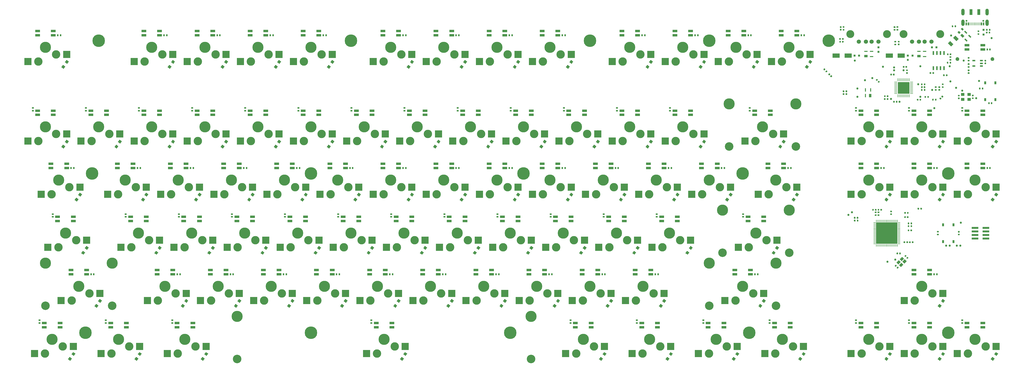
<source format=gbr>
G04 #@! TF.GenerationSoftware,KiCad,Pcbnew,(5.1.8)-1*
G04 #@! TF.CreationDate,2021-04-06T16:32:38+02:00*
G04 #@! TF.ProjectId,Keyboard_80_with_USB_HUB_V3,4b657962-6f61-4726-945f-3830255f7769,rev?*
G04 #@! TF.SameCoordinates,Original*
G04 #@! TF.FileFunction,Soldermask,Bot*
G04 #@! TF.FilePolarity,Negative*
%FSLAX46Y46*%
G04 Gerber Fmt 4.6, Leading zero omitted, Abs format (unit mm)*
G04 Created by KiCad (PCBNEW (5.1.8)-1) date 2021-04-06 16:32:38*
%MOMM*%
%LPD*%
G01*
G04 APERTURE LIST*
%ADD10C,0.152400*%
%ADD11R,7.600000X7.600000*%
%ADD12R,0.249200X0.854800*%
%ADD13R,0.854800X0.249200*%
%ADD14R,0.600000X0.700000*%
%ADD15R,0.700000X0.600000*%
%ADD16R,0.700000X1.000000*%
%ADD17R,3.860800X3.860800*%
%ADD18R,0.254000X1.066800*%
%ADD19R,1.066800X0.254000*%
%ADD20R,1.800000X0.820000*%
%ADD21R,1.003300X0.508000*%
%ADD22C,0.100000*%
%ADD23R,0.800000X0.655600*%
%ADD24R,0.655600X0.800000*%
%ADD25R,1.168400X0.431800*%
%ADD26R,1.168400X0.838200*%
%ADD27R,0.431800X1.168400*%
%ADD28R,0.838200X1.168400*%
%ADD29R,1.300000X1.100000*%
%ADD30R,2.641600X1.600200*%
%ADD31R,0.533400X1.460500*%
%ADD32C,4.500000*%
%ADD33C,2.819400*%
%ADD34C,1.498600*%
%ADD35O,1.200000X2.400000*%
%ADD36O,1.158000X2.316000*%
%ADD37C,0.630000*%
%ADD38R,1.000000X2.000000*%
%ADD39R,0.270000X1.000000*%
%ADD40R,0.520000X1.000000*%
%ADD41C,3.987800*%
%ADD42C,3.048000*%
%ADD43C,3.000000*%
%ADD44R,2.550000X2.500000*%
%ADD45R,2.400000X0.740000*%
%ADD46C,0.750000*%
G04 APERTURE END LIST*
D10*
X305006100Y-16493900D02*
X308993900Y-16493900D01*
X308993900Y-16493900D02*
X308993900Y-15881100D01*
X308993900Y-15881100D02*
X305006100Y-15881100D01*
X305006100Y-15881100D02*
X305006100Y-16493900D01*
X305006100Y-15481100D02*
X308993900Y-15481100D01*
X308993900Y-15481100D02*
X308993900Y-15093700D01*
X308993900Y-15093700D02*
X305006100Y-15093700D01*
X305006100Y-15093700D02*
X305006100Y-15481100D01*
X305006100Y-14693700D02*
X308993900Y-14693700D01*
X308993900Y-14693700D02*
X308993900Y-14306300D01*
X308993900Y-14306300D02*
X305006100Y-14306300D01*
X305006100Y-14306300D02*
X305006100Y-14693700D01*
X305006100Y-13906300D02*
X308993900Y-13906300D01*
X308993900Y-13906300D02*
X308993900Y-13518900D01*
X308993900Y-13518900D02*
X305006100Y-13518900D01*
X305006100Y-13518900D02*
X305006100Y-13906300D01*
X305006100Y-13118900D02*
X308993900Y-13118900D01*
X308993900Y-13118900D02*
X308993900Y-12506100D01*
X308993900Y-12506100D02*
X305006100Y-12506100D01*
X305006100Y-12506100D02*
X305006100Y-13118900D01*
X305006100Y-16493900D02*
X305618900Y-16493900D01*
X305618900Y-16493900D02*
X305618900Y-12506100D01*
X305618900Y-12506100D02*
X305006100Y-12506100D01*
X305006100Y-12506100D02*
X305006100Y-16493900D01*
X306406300Y-16493900D02*
X306018900Y-16493900D01*
X306018900Y-16493900D02*
X306018900Y-12506100D01*
X306018900Y-12506100D02*
X306406300Y-12506100D01*
X306406300Y-12506100D02*
X306406300Y-16493900D01*
X307193700Y-16493900D02*
X306806300Y-16493900D01*
X306806300Y-16493900D02*
X306806300Y-12506100D01*
X306806300Y-12506100D02*
X307193700Y-12506100D01*
X307193700Y-12506100D02*
X307193700Y-16493900D01*
X307981100Y-16493900D02*
X307593700Y-16493900D01*
X307593700Y-16493900D02*
X307593700Y-12506100D01*
X307593700Y-12506100D02*
X307981100Y-12506100D01*
X307981100Y-12506100D02*
X307981100Y-16493900D01*
X308381100Y-16493900D02*
X308993900Y-16493900D01*
X308993900Y-16493900D02*
X308993900Y-12506100D01*
X308993900Y-12506100D02*
X308381100Y-12506100D01*
X308381100Y-12506100D02*
X308381100Y-16493900D01*
D11*
X301000000Y-66500000D03*
D12*
X304750000Y-62122600D03*
X304250001Y-62122600D03*
X303750000Y-62122600D03*
X303250001Y-62122600D03*
X302749999Y-62122600D03*
X302250000Y-62122600D03*
X301750001Y-62122600D03*
X301250000Y-62122600D03*
X300750000Y-62122600D03*
X300249999Y-62122600D03*
X299750000Y-62122600D03*
X299250001Y-62122600D03*
X298749999Y-62122600D03*
X298250000Y-62122600D03*
X297749999Y-62122600D03*
X297250000Y-62122600D03*
D13*
X296622600Y-62750000D03*
X296622600Y-63249999D03*
X296622600Y-63750000D03*
X296622600Y-64249999D03*
X296622600Y-64750001D03*
X296622600Y-65250000D03*
X296622600Y-65749999D03*
X296622600Y-66250000D03*
X296622600Y-66750000D03*
X296622600Y-67250001D03*
X296622600Y-67750000D03*
X296622600Y-68249999D03*
X296622600Y-68750001D03*
X296622600Y-69250000D03*
X296622600Y-69750001D03*
X296622600Y-70250000D03*
D12*
X297250000Y-70877400D03*
X297749999Y-70877400D03*
X298250000Y-70877400D03*
X298749999Y-70877400D03*
X299250001Y-70877400D03*
X299750000Y-70877400D03*
X300249999Y-70877400D03*
X300750000Y-70877400D03*
X301250000Y-70877400D03*
X301750001Y-70877400D03*
X302250000Y-70877400D03*
X302749999Y-70877400D03*
X303250001Y-70877400D03*
X303750000Y-70877400D03*
X304250001Y-70877400D03*
X304750000Y-70877400D03*
D13*
X305377400Y-70250000D03*
X305377400Y-69750001D03*
X305377400Y-69250000D03*
X305377400Y-68750001D03*
X305377400Y-68249999D03*
X305377400Y-67750000D03*
X305377400Y-67250001D03*
X305377400Y-66750000D03*
X305377400Y-66250000D03*
X305377400Y-65749999D03*
X305377400Y-65250000D03*
X305377400Y-64750001D03*
X305377400Y-64249999D03*
X305377400Y-63750000D03*
X305377400Y-63249999D03*
X305377400Y-62750000D03*
D14*
X17275000Y-81170000D03*
X16275000Y-81170000D03*
X48150000Y-81170000D03*
X47150000Y-81170000D03*
X67150000Y-81170000D03*
X66150000Y-81170000D03*
X86150000Y-81170000D03*
X85150000Y-81170000D03*
X105150000Y-81170000D03*
X104150000Y-81170000D03*
X124150000Y-81170000D03*
X123150000Y-81170000D03*
X143150000Y-81170000D03*
X142150000Y-81170000D03*
X162150000Y-81170000D03*
X161150000Y-81170000D03*
X181150000Y-81170000D03*
X180150000Y-81170000D03*
X200150000Y-81170000D03*
X199150000Y-81170000D03*
X219150000Y-81170000D03*
X218150000Y-81170000D03*
X254775000Y-81170000D03*
X253775000Y-81170000D03*
X318900000Y-81170000D03*
X317900000Y-81170000D03*
X10150000Y-43170000D03*
X9150000Y-43170000D03*
X33900000Y-43170000D03*
X32900000Y-43170000D03*
X52900000Y-43170000D03*
X51900000Y-43170000D03*
X71900000Y-43170000D03*
X70900000Y-43170000D03*
X90900000Y-43170000D03*
X89900000Y-43170000D03*
X109900000Y-43170000D03*
X108900000Y-43170000D03*
X128900000Y-43170000D03*
X127900000Y-43170000D03*
X147900000Y-43170000D03*
X146900000Y-43170000D03*
X166900000Y-43170000D03*
X165900000Y-43170000D03*
X185900000Y-43170000D03*
X184900000Y-43170000D03*
X204900000Y-43170000D03*
X203900000Y-43170000D03*
X223900000Y-43170000D03*
X222900000Y-43170000D03*
X242900000Y-43170000D03*
X241900000Y-43170000D03*
X266650000Y-43170000D03*
X265650000Y-43170000D03*
X299900000Y-43170000D03*
X298900000Y-43170000D03*
X318900000Y-43170000D03*
X317900000Y-43170000D03*
X337900000Y-43170000D03*
X336900000Y-43170000D03*
X5400000Y4330000D03*
X4400000Y4330000D03*
X43400000Y4330000D03*
X42400000Y4330000D03*
X62400000Y4330000D03*
X61400000Y4330000D03*
X81400000Y4330000D03*
X80400000Y4330000D03*
X100400000Y4330000D03*
X99400000Y4330000D03*
X128900000Y4330000D03*
X127900000Y4330000D03*
X147900000Y4330000D03*
X146900000Y4330000D03*
X166900000Y4330000D03*
X165900000Y4330000D03*
X185900000Y4330000D03*
X184900000Y4330000D03*
X214400000Y4330000D03*
X213400000Y4330000D03*
X233400000Y4330000D03*
X232400000Y4330000D03*
X252400000Y4330000D03*
X251400000Y4330000D03*
X271400000Y4330000D03*
X270400000Y4330000D03*
X337900000Y-750000D03*
X336900000Y-750000D03*
D15*
X-4560000Y-21670000D03*
X-4560000Y-22670000D03*
X14440000Y-21670000D03*
X14440000Y-22670000D03*
X33440000Y-21670000D03*
X33440000Y-22670000D03*
X52440000Y-21670000D03*
X52440000Y-22670000D03*
X71440000Y-21670000D03*
X71440000Y-22670000D03*
X90440000Y-21670000D03*
X90440000Y-22670000D03*
X109440000Y-21670000D03*
X109440000Y-22670000D03*
X128440000Y-21670000D03*
X128440000Y-22670000D03*
X147440000Y-21670000D03*
X147440000Y-22670000D03*
X166440000Y-21670000D03*
X166440000Y-22670000D03*
X185440000Y-21670000D03*
X185440000Y-22670000D03*
X204440000Y-21670000D03*
X204440000Y-22670000D03*
X223440000Y-21670000D03*
X223440000Y-22670000D03*
X251940000Y-21670000D03*
X251940000Y-22670000D03*
X289940000Y-21670000D03*
X289940000Y-22670000D03*
X308940000Y-21670000D03*
X308940000Y-22670000D03*
X327940000Y-21670000D03*
X327940000Y-22670000D03*
X2565000Y-59670000D03*
X2565000Y-60670000D03*
X28690000Y-59670000D03*
X28690000Y-60670000D03*
X47690000Y-59670000D03*
X47690000Y-60670000D03*
X66690000Y-59670000D03*
X66690000Y-60670000D03*
X85690000Y-59670000D03*
X85690000Y-60670000D03*
X104690000Y-59670000D03*
X104690000Y-60670000D03*
X123690000Y-59670000D03*
X123690000Y-60670000D03*
X142690000Y-59670000D03*
X142690000Y-60670000D03*
X161690000Y-59670000D03*
X161690000Y-60670000D03*
X180690000Y-59670000D03*
X180690000Y-60670000D03*
X199690000Y-59670000D03*
X199690000Y-60670000D03*
X218690000Y-59670000D03*
X218690000Y-60670000D03*
X249565000Y-59670000D03*
X249565000Y-60670000D03*
X-2185000Y-97670000D03*
X-2185000Y-98670000D03*
X21565000Y-97670000D03*
X21565000Y-98670000D03*
X45315000Y-97670000D03*
X45315000Y-98670000D03*
X116565000Y-97670000D03*
X116565000Y-98670000D03*
X187815000Y-97670000D03*
X187815000Y-98670000D03*
X211565000Y-97670000D03*
X211565000Y-98670000D03*
X235315000Y-97670000D03*
X235315000Y-98670000D03*
X259065000Y-97670000D03*
X259065000Y-98670000D03*
X289940000Y-97670000D03*
X289940000Y-98670000D03*
X308940000Y-97670000D03*
X308940000Y-98670000D03*
X327940000Y-97670000D03*
X327940000Y-98670000D03*
D16*
X339850000Y-18750000D03*
X339850000Y-12750000D03*
X336150000Y-18750000D03*
X336150000Y-12750000D03*
X324850000Y-69500000D03*
X324850000Y-63500000D03*
X321150000Y-69500000D03*
X321150000Y-63500000D03*
D17*
X307000000Y-14500000D03*
D18*
X304968000Y-17344800D03*
X305476000Y-17344800D03*
X305984000Y-17344800D03*
X306492000Y-17344800D03*
X307000000Y-17344800D03*
X307508000Y-17344800D03*
X308016000Y-17344800D03*
X308524000Y-17344800D03*
X309032000Y-17344800D03*
D19*
X309844800Y-16532000D03*
X309844800Y-16024000D03*
X309844800Y-15516000D03*
X309844800Y-15008000D03*
X309844800Y-14500000D03*
X309844800Y-13992000D03*
X309844800Y-13484000D03*
X309844800Y-12976000D03*
X309844800Y-12468000D03*
D18*
X309032000Y-11655200D03*
X308524000Y-11655200D03*
X308016000Y-11655200D03*
X307508000Y-11655200D03*
X307000000Y-11655200D03*
X306492000Y-11655200D03*
X305984000Y-11655200D03*
X305476000Y-11655200D03*
X304968000Y-11655200D03*
D19*
X304155200Y-12468000D03*
X304155200Y-12976000D03*
X304155200Y-13484000D03*
X304155200Y-13992000D03*
X304155200Y-14500000D03*
X304155200Y-15008000D03*
X304155200Y-15516000D03*
X304155200Y-16024000D03*
X304155200Y-16532000D03*
D20*
X335300000Y-22670000D03*
X335300000Y-24170000D03*
X329700000Y-24170000D03*
X329700000Y-22670000D03*
X2800000Y-22670000D03*
X2800000Y-24170000D03*
X-2800000Y-24170000D03*
X-2800000Y-22670000D03*
X21800000Y-22670000D03*
X21800000Y-24170000D03*
X16200000Y-24170000D03*
X16200000Y-22670000D03*
X40800000Y-22670000D03*
X40800000Y-24170000D03*
X35200000Y-24170000D03*
X35200000Y-22670000D03*
X59800000Y-22670000D03*
X59800000Y-24170000D03*
X54200000Y-24170000D03*
X54200000Y-22670000D03*
X78800000Y-22670000D03*
X78800000Y-24170000D03*
X73200000Y-24170000D03*
X73200000Y-22670000D03*
X97800000Y-22670000D03*
X97800000Y-24170000D03*
X92200000Y-24170000D03*
X92200000Y-22670000D03*
X116800000Y-22670000D03*
X116800000Y-24170000D03*
X111200000Y-24170000D03*
X111200000Y-22670000D03*
X135800000Y-22670000D03*
X135800000Y-24170000D03*
X130200000Y-24170000D03*
X130200000Y-22670000D03*
X154800000Y-22670000D03*
X154800000Y-24170000D03*
X149200000Y-24170000D03*
X149200000Y-22670000D03*
X173800000Y-22670000D03*
X173800000Y-24170000D03*
X168200000Y-24170000D03*
X168200000Y-22670000D03*
X192800000Y-22670000D03*
X192800000Y-24170000D03*
X187200000Y-24170000D03*
X187200000Y-22670000D03*
X211800000Y-22670000D03*
X211800000Y-24170000D03*
X206200000Y-24170000D03*
X206200000Y-22670000D03*
X230800000Y-22670000D03*
X230800000Y-24170000D03*
X225200000Y-24170000D03*
X225200000Y-22670000D03*
X259300000Y-22670000D03*
X259300000Y-24170000D03*
X253700000Y-24170000D03*
X253700000Y-22670000D03*
X297300000Y-22670000D03*
X297300000Y-24170000D03*
X291700000Y-24170000D03*
X291700000Y-22670000D03*
X316300000Y-22670000D03*
X316300000Y-24170000D03*
X310700000Y-24170000D03*
X310700000Y-22670000D03*
X9925000Y-60670000D03*
X9925000Y-62170000D03*
X4325000Y-62170000D03*
X4325000Y-60670000D03*
X36050000Y-60670000D03*
X36050000Y-62170000D03*
X30450000Y-62170000D03*
X30450000Y-60670000D03*
X55050000Y-60670000D03*
X55050000Y-62170000D03*
X49450000Y-62170000D03*
X49450000Y-60670000D03*
X74050000Y-60670000D03*
X74050000Y-62170000D03*
X68450000Y-62170000D03*
X68450000Y-60670000D03*
X93050000Y-60670000D03*
X93050000Y-62170000D03*
X87450000Y-62170000D03*
X87450000Y-60670000D03*
X112050000Y-60670000D03*
X112050000Y-62170000D03*
X106450000Y-62170000D03*
X106450000Y-60670000D03*
X131050000Y-60670000D03*
X131050000Y-62170000D03*
X125450000Y-62170000D03*
X125450000Y-60670000D03*
X150050000Y-60670000D03*
X150050000Y-62170000D03*
X144450000Y-62170000D03*
X144450000Y-60670000D03*
X169050000Y-60670000D03*
X169050000Y-62170000D03*
X163450000Y-62170000D03*
X163450000Y-60670000D03*
X188050000Y-60670000D03*
X188050000Y-62170000D03*
X182450000Y-62170000D03*
X182450000Y-60670000D03*
X207050000Y-60670000D03*
X207050000Y-62170000D03*
X201450000Y-62170000D03*
X201450000Y-60670000D03*
X226050000Y-60670000D03*
X226050000Y-62170000D03*
X220450000Y-62170000D03*
X220450000Y-60670000D03*
X256925000Y-60670000D03*
X256925000Y-62170000D03*
X251325000Y-62170000D03*
X251325000Y-60670000D03*
X5175000Y-98670000D03*
X5175000Y-100170000D03*
X-425000Y-100170000D03*
X-425000Y-98670000D03*
X28925000Y-98670000D03*
X28925000Y-100170000D03*
X23325000Y-100170000D03*
X23325000Y-98670000D03*
X52675000Y-98670000D03*
X52675000Y-100170000D03*
X47075000Y-100170000D03*
X47075000Y-98670000D03*
X123925000Y-98670000D03*
X123925000Y-100170000D03*
X118325000Y-100170000D03*
X118325000Y-98670000D03*
X195175000Y-98670000D03*
X195175000Y-100170000D03*
X189575000Y-100170000D03*
X189575000Y-98670000D03*
X218925000Y-98670000D03*
X218925000Y-100170000D03*
X213325000Y-100170000D03*
X213325000Y-98670000D03*
X242675000Y-98670000D03*
X242675000Y-100170000D03*
X237075000Y-100170000D03*
X237075000Y-98670000D03*
X266425000Y-98670000D03*
X266425000Y-100170000D03*
X260825000Y-100170000D03*
X260825000Y-98670000D03*
X297300000Y-98670000D03*
X297300000Y-100170000D03*
X291700000Y-100170000D03*
X291700000Y-98670000D03*
X316300000Y-98670000D03*
X316300000Y-100170000D03*
X310700000Y-100170000D03*
X310700000Y-98670000D03*
X335300000Y-98670000D03*
X335300000Y-100170000D03*
X329700000Y-100170000D03*
X329700000Y-98670000D03*
X329700000Y-750000D03*
X329700000Y750000D03*
X335300000Y750000D03*
X335300000Y-750000D03*
X263200000Y4330000D03*
X263200000Y5830000D03*
X268800000Y5830000D03*
X268800000Y4330000D03*
X244200000Y4330000D03*
X244200000Y5830000D03*
X249800000Y5830000D03*
X249800000Y4330000D03*
X225200000Y4330000D03*
X225200000Y5830000D03*
X230800000Y5830000D03*
X230800000Y4330000D03*
X206200000Y4330000D03*
X206200000Y5830000D03*
X211800000Y5830000D03*
X211800000Y4330000D03*
X177700000Y4330000D03*
X177700000Y5830000D03*
X183300000Y5830000D03*
X183300000Y4330000D03*
X158700000Y4330000D03*
X158700000Y5830000D03*
X164300000Y5830000D03*
X164300000Y4330000D03*
X139700000Y4330000D03*
X139700000Y5830000D03*
X145300000Y5830000D03*
X145300000Y4330000D03*
X120700000Y4330000D03*
X120700000Y5830000D03*
X126300000Y5830000D03*
X126300000Y4330000D03*
X92200000Y4330000D03*
X92200000Y5830000D03*
X97800000Y5830000D03*
X97800000Y4330000D03*
X73200000Y4330000D03*
X73200000Y5830000D03*
X78800000Y5830000D03*
X78800000Y4330000D03*
X54200000Y4330000D03*
X54200000Y5830000D03*
X59800000Y5830000D03*
X59800000Y4330000D03*
X35200000Y4330000D03*
X35200000Y5830000D03*
X40800000Y5830000D03*
X40800000Y4330000D03*
X-2800000Y4330000D03*
X-2800000Y5830000D03*
X2800000Y5830000D03*
X2800000Y4330000D03*
X329700000Y-43170000D03*
X329700000Y-41670000D03*
X335300000Y-41670000D03*
X335300000Y-43170000D03*
X310700000Y-43170000D03*
X310700000Y-41670000D03*
X316300000Y-41670000D03*
X316300000Y-43170000D03*
X291700000Y-43170000D03*
X291700000Y-41670000D03*
X297300000Y-41670000D03*
X297300000Y-43170000D03*
X258450000Y-43170000D03*
X258450000Y-41670000D03*
X264050000Y-41670000D03*
X264050000Y-43170000D03*
X234700000Y-43170000D03*
X234700000Y-41670000D03*
X240300000Y-41670000D03*
X240300000Y-43170000D03*
X215700000Y-43170000D03*
X215700000Y-41670000D03*
X221300000Y-41670000D03*
X221300000Y-43170000D03*
X196700000Y-43170000D03*
X196700000Y-41670000D03*
X202300000Y-41670000D03*
X202300000Y-43170000D03*
X177700000Y-43170000D03*
X177700000Y-41670000D03*
X183300000Y-41670000D03*
X183300000Y-43170000D03*
X158700000Y-43170000D03*
X158700000Y-41670000D03*
X164300000Y-41670000D03*
X164300000Y-43170000D03*
X139700000Y-43170000D03*
X139700000Y-41670000D03*
X145300000Y-41670000D03*
X145300000Y-43170000D03*
X120700000Y-43170000D03*
X120700000Y-41670000D03*
X126300000Y-41670000D03*
X126300000Y-43170000D03*
X101700000Y-43170000D03*
X101700000Y-41670000D03*
X107300000Y-41670000D03*
X107300000Y-43170000D03*
X82700000Y-43170000D03*
X82700000Y-41670000D03*
X88300000Y-41670000D03*
X88300000Y-43170000D03*
X63700000Y-43170000D03*
X63700000Y-41670000D03*
X69300000Y-41670000D03*
X69300000Y-43170000D03*
X44700000Y-43170000D03*
X44700000Y-41670000D03*
X50300000Y-41670000D03*
X50300000Y-43170000D03*
X25700000Y-43170000D03*
X25700000Y-41670000D03*
X31300000Y-41670000D03*
X31300000Y-43170000D03*
X1950000Y-43170000D03*
X1950000Y-41670000D03*
X7550000Y-41670000D03*
X7550000Y-43170000D03*
X310700000Y-81170000D03*
X310700000Y-79670000D03*
X316300000Y-79670000D03*
X316300000Y-81170000D03*
X246575000Y-81170000D03*
X246575000Y-79670000D03*
X252175000Y-79670000D03*
X252175000Y-81170000D03*
X210950000Y-81170000D03*
X210950000Y-79670000D03*
X216550000Y-79670000D03*
X216550000Y-81170000D03*
X191950000Y-81170000D03*
X191950000Y-79670000D03*
X197550000Y-79670000D03*
X197550000Y-81170000D03*
X172950000Y-81170000D03*
X172950000Y-79670000D03*
X178550000Y-79670000D03*
X178550000Y-81170000D03*
X153950000Y-81170000D03*
X153950000Y-79670000D03*
X159550000Y-79670000D03*
X159550000Y-81170000D03*
X134950000Y-81170000D03*
X134950000Y-79670000D03*
X140550000Y-79670000D03*
X140550000Y-81170000D03*
X115950000Y-81170000D03*
X115950000Y-79670000D03*
X121550000Y-79670000D03*
X121550000Y-81170000D03*
X96950000Y-81170000D03*
X96950000Y-79670000D03*
X102550000Y-79670000D03*
X102550000Y-81170000D03*
X77950000Y-81170000D03*
X77950000Y-79670000D03*
X83550000Y-79670000D03*
X83550000Y-81170000D03*
X58950000Y-81170000D03*
X58950000Y-79670000D03*
X64550000Y-79670000D03*
X64550000Y-81170000D03*
X39950000Y-81170000D03*
X39950000Y-79670000D03*
X45550000Y-79670000D03*
X45550000Y-81170000D03*
X9075000Y-81170000D03*
X9075000Y-79670000D03*
X14675000Y-79670000D03*
X14675000Y-81170000D03*
G36*
G01*
X303577500Y6545000D02*
X303922500Y6545000D01*
G75*
G02*
X304070000Y6397500I0J-147500D01*
G01*
X304070000Y6102500D01*
G75*
G02*
X303922500Y5955000I-147500J0D01*
G01*
X303577500Y5955000D01*
G75*
G02*
X303430000Y6102500I0J147500D01*
G01*
X303430000Y6397500D01*
G75*
G02*
X303577500Y6545000I147500J0D01*
G01*
G37*
G36*
G01*
X303577500Y7515000D02*
X303922500Y7515000D01*
G75*
G02*
X304070000Y7367500I0J-147500D01*
G01*
X304070000Y7072500D01*
G75*
G02*
X303922500Y6925000I-147500J0D01*
G01*
X303577500Y6925000D01*
G75*
G02*
X303430000Y7072500I0J147500D01*
G01*
X303430000Y7367500D01*
G75*
G02*
X303577500Y7515000I147500J0D01*
G01*
G37*
D21*
X332147450Y-4799999D03*
X332147450Y-6700001D03*
X334852550Y-6700001D03*
X334852550Y-5750000D03*
X334852550Y-4799999D03*
D22*
G36*
X328051053Y5985368D02*
G01*
X327485368Y6551053D01*
X327948947Y7014632D01*
X328514632Y6448947D01*
X328051053Y5985368D01*
G37*
G36*
X326880367Y4814682D02*
G01*
X326314682Y5380367D01*
X326778261Y5843946D01*
X327343946Y5278261D01*
X326880367Y4814682D01*
G37*
D23*
X335600000Y6250000D03*
X335600000Y4594400D03*
D24*
X310155600Y-3000000D03*
X308500000Y-3000000D03*
X289422200Y-3000000D03*
X291077800Y-3000000D03*
D23*
X298000000Y0D03*
X298000000Y-1655600D03*
D24*
X317094400Y0D03*
X318750000Y0D03*
D22*
G36*
X323609507Y2276940D02*
G01*
X324776940Y1109507D01*
X323950757Y283324D01*
X322783324Y1450757D01*
X323609507Y2276940D01*
G37*
G36*
X325549243Y4216676D02*
G01*
X326716676Y3049243D01*
X325890493Y2223060D01*
X324723060Y3390493D01*
X325549243Y4216676D01*
G37*
G36*
X329557095Y2044071D02*
G01*
X328730912Y2870254D01*
X329036241Y3175583D01*
X329862424Y2349400D01*
X329557095Y2044071D01*
G37*
G36*
X330900600Y3387576D02*
G01*
X330074417Y4213759D01*
X330379746Y4519088D01*
X331205929Y3692905D01*
X330900600Y3387576D01*
G37*
G36*
X329463758Y4824416D02*
G01*
X328637575Y5650599D01*
X328942904Y5955928D01*
X329769087Y5129745D01*
X329463758Y4824416D01*
G37*
G36*
X328120255Y3480913D02*
G01*
X327294072Y4307096D01*
X327886769Y4899793D01*
X328712952Y4073610D01*
X328120255Y3480913D01*
G37*
D25*
X314516000Y-3325001D03*
X314516000Y-1424999D03*
X312484000Y-1425000D03*
D26*
X312484000Y-3121800D03*
D25*
X295516000Y-3325001D03*
X295516000Y-1424999D03*
X293484000Y-1425000D03*
D26*
X293484000Y-3121800D03*
D27*
X295200001Y-15262000D03*
X293299999Y-15262000D03*
X293300000Y-17294000D03*
D28*
X294996800Y-17294000D03*
D29*
X330400000Y-16850000D03*
X328100000Y-16850000D03*
X328100000Y-18650000D03*
X330400000Y-18650000D03*
D22*
G36*
X306037868Y-78588477D02*
G01*
X305330762Y-77881371D01*
X306179290Y-77032843D01*
X306886396Y-77739949D01*
X306037868Y-78588477D01*
G37*
G36*
X307239949Y-77386396D02*
G01*
X306532843Y-76679290D01*
X307381371Y-75830762D01*
X308088477Y-76537868D01*
X307239949Y-77386396D01*
G37*
G36*
X306320710Y-76467157D02*
G01*
X305613604Y-75760051D01*
X306462132Y-74911523D01*
X307169238Y-75618629D01*
X306320710Y-76467157D01*
G37*
G36*
X305118629Y-77669238D02*
G01*
X304411523Y-76962132D01*
X305260051Y-76113604D01*
X305967157Y-76820710D01*
X305118629Y-77669238D01*
G37*
G36*
G01*
X337030000Y5420000D02*
X337030000Y5080000D01*
G75*
G02*
X336890000Y4940000I-140000J0D01*
G01*
X336610000Y4940000D01*
G75*
G02*
X336470000Y5080000I0J140000D01*
G01*
X336470000Y5420000D01*
G75*
G02*
X336610000Y5560000I140000J0D01*
G01*
X336890000Y5560000D01*
G75*
G02*
X337030000Y5420000I0J-140000D01*
G01*
G37*
G36*
G01*
X337990000Y5420000D02*
X337990000Y5080000D01*
G75*
G02*
X337850000Y4940000I-140000J0D01*
G01*
X337570000Y4940000D01*
G75*
G02*
X337430000Y5080000I0J140000D01*
G01*
X337430000Y5420000D01*
G75*
G02*
X337570000Y5560000I140000J0D01*
G01*
X337850000Y5560000D01*
G75*
G02*
X337990000Y5420000I0J-140000D01*
G01*
G37*
G36*
G01*
X305420000Y1720000D02*
X305080000Y1720000D01*
G75*
G02*
X304940000Y1860000I0J140000D01*
G01*
X304940000Y2140000D01*
G75*
G02*
X305080000Y2280000I140000J0D01*
G01*
X305420000Y2280000D01*
G75*
G02*
X305560000Y2140000I0J-140000D01*
G01*
X305560000Y1860000D01*
G75*
G02*
X305420000Y1720000I-140000J0D01*
G01*
G37*
G36*
G01*
X305420000Y760000D02*
X305080000Y760000D01*
G75*
G02*
X304940000Y900000I0J140000D01*
G01*
X304940000Y1180000D01*
G75*
G02*
X305080000Y1320000I140000J0D01*
G01*
X305420000Y1320000D01*
G75*
G02*
X305560000Y1180000I0J-140000D01*
G01*
X305560000Y900000D01*
G75*
G02*
X305420000Y760000I-140000J0D01*
G01*
G37*
G36*
G01*
X284970000Y1830000D02*
X284970000Y2170000D01*
G75*
G02*
X285110000Y2310000I140000J0D01*
G01*
X285390000Y2310000D01*
G75*
G02*
X285530000Y2170000I0J-140000D01*
G01*
X285530000Y1830000D01*
G75*
G02*
X285390000Y1690000I-140000J0D01*
G01*
X285110000Y1690000D01*
G75*
G02*
X284970000Y1830000I0J140000D01*
G01*
G37*
G36*
G01*
X284010000Y1830000D02*
X284010000Y2170000D01*
G75*
G02*
X284150000Y2310000I140000J0D01*
G01*
X284430000Y2310000D01*
G75*
G02*
X284570000Y2170000I0J-140000D01*
G01*
X284570000Y1830000D01*
G75*
G02*
X284430000Y1690000I-140000J0D01*
G01*
X284150000Y1690000D01*
G75*
G02*
X284010000Y1830000I0J140000D01*
G01*
G37*
G36*
G01*
X314200000Y-14420000D02*
X314200000Y-14080000D01*
G75*
G02*
X314340000Y-13940000I140000J0D01*
G01*
X314620000Y-13940000D01*
G75*
G02*
X314760000Y-14080000I0J-140000D01*
G01*
X314760000Y-14420000D01*
G75*
G02*
X314620000Y-14560000I-140000J0D01*
G01*
X314340000Y-14560000D01*
G75*
G02*
X314200000Y-14420000I0J140000D01*
G01*
G37*
G36*
G01*
X313240000Y-14420000D02*
X313240000Y-14080000D01*
G75*
G02*
X313380000Y-13940000I140000J0D01*
G01*
X313660000Y-13940000D01*
G75*
G02*
X313800000Y-14080000I0J-140000D01*
G01*
X313800000Y-14420000D01*
G75*
G02*
X313660000Y-14560000I-140000J0D01*
G01*
X313380000Y-14560000D01*
G75*
G02*
X313240000Y-14420000I0J140000D01*
G01*
G37*
G36*
G01*
X308370000Y-8520000D02*
X308030000Y-8520000D01*
G75*
G02*
X307890000Y-8380000I0J140000D01*
G01*
X307890000Y-8100000D01*
G75*
G02*
X308030000Y-7960000I140000J0D01*
G01*
X308370000Y-7960000D01*
G75*
G02*
X308510000Y-8100000I0J-140000D01*
G01*
X308510000Y-8380000D01*
G75*
G02*
X308370000Y-8520000I-140000J0D01*
G01*
G37*
G36*
G01*
X308370000Y-9480000D02*
X308030000Y-9480000D01*
G75*
G02*
X307890000Y-9340000I0J140000D01*
G01*
X307890000Y-9060000D01*
G75*
G02*
X308030000Y-8920000I140000J0D01*
G01*
X308370000Y-8920000D01*
G75*
G02*
X308510000Y-9060000I0J-140000D01*
G01*
X308510000Y-9340000D01*
G75*
G02*
X308370000Y-9480000I-140000J0D01*
G01*
G37*
G36*
G01*
X303820000Y-19330000D02*
X303820000Y-19670000D01*
G75*
G02*
X303680000Y-19810000I-140000J0D01*
G01*
X303400000Y-19810000D01*
G75*
G02*
X303260000Y-19670000I0J140000D01*
G01*
X303260000Y-19330000D01*
G75*
G02*
X303400000Y-19190000I140000J0D01*
G01*
X303680000Y-19190000D01*
G75*
G02*
X303820000Y-19330000I0J-140000D01*
G01*
G37*
G36*
G01*
X304780000Y-19330000D02*
X304780000Y-19670000D01*
G75*
G02*
X304640000Y-19810000I-140000J0D01*
G01*
X304360000Y-19810000D01*
G75*
G02*
X304220000Y-19670000I0J140000D01*
G01*
X304220000Y-19330000D01*
G75*
G02*
X304360000Y-19190000I140000J0D01*
G01*
X304640000Y-19190000D01*
G75*
G02*
X304780000Y-19330000I0J-140000D01*
G01*
G37*
G36*
G01*
X300970000Y-17670000D02*
X300970000Y-17330000D01*
G75*
G02*
X301110000Y-17190000I140000J0D01*
G01*
X301390000Y-17190000D01*
G75*
G02*
X301530000Y-17330000I0J-140000D01*
G01*
X301530000Y-17670000D01*
G75*
G02*
X301390000Y-17810000I-140000J0D01*
G01*
X301110000Y-17810000D01*
G75*
G02*
X300970000Y-17670000I0J140000D01*
G01*
G37*
G36*
G01*
X300010000Y-17670000D02*
X300010000Y-17330000D01*
G75*
G02*
X300150000Y-17190000I140000J0D01*
G01*
X300430000Y-17190000D01*
G75*
G02*
X300570000Y-17330000I0J-140000D01*
G01*
X300570000Y-17670000D01*
G75*
G02*
X300430000Y-17810000I-140000J0D01*
G01*
X300150000Y-17810000D01*
G75*
G02*
X300010000Y-17670000I0J140000D01*
G01*
G37*
G36*
G01*
X303200000Y-9920000D02*
X303200000Y-9580000D01*
G75*
G02*
X303340000Y-9440000I140000J0D01*
G01*
X303620000Y-9440000D01*
G75*
G02*
X303760000Y-9580000I0J-140000D01*
G01*
X303760000Y-9920000D01*
G75*
G02*
X303620000Y-10060000I-140000J0D01*
G01*
X303340000Y-10060000D01*
G75*
G02*
X303200000Y-9920000I0J140000D01*
G01*
G37*
G36*
G01*
X302240000Y-9920000D02*
X302240000Y-9580000D01*
G75*
G02*
X302380000Y-9440000I140000J0D01*
G01*
X302660000Y-9440000D01*
G75*
G02*
X302800000Y-9580000I0J-140000D01*
G01*
X302800000Y-9920000D01*
G75*
G02*
X302660000Y-10060000I-140000J0D01*
G01*
X302380000Y-10060000D01*
G75*
G02*
X302240000Y-9920000I0J140000D01*
G01*
G37*
G36*
G01*
X297771213Y-12261629D02*
X298011629Y-12021213D01*
G75*
G02*
X298209619Y-12021213I98995J-98995D01*
G01*
X298407609Y-12219203D01*
G75*
G02*
X298407609Y-12417193I-98995J-98995D01*
G01*
X298167193Y-12657609D01*
G75*
G02*
X297969203Y-12657609I-98995J98995D01*
G01*
X297771213Y-12459619D01*
G75*
G02*
X297771213Y-12261629I98995J98995D01*
G01*
G37*
G36*
G01*
X297092391Y-11582807D02*
X297332807Y-11342391D01*
G75*
G02*
X297530797Y-11342391I98995J-98995D01*
G01*
X297728787Y-11540381D01*
G75*
G02*
X297728787Y-11738371I-98995J-98995D01*
G01*
X297488371Y-11978787D01*
G75*
G02*
X297290381Y-11978787I-98995J98995D01*
G01*
X297092391Y-11780797D01*
G75*
G02*
X297092391Y-11582807I98995J98995D01*
G01*
G37*
G36*
G01*
X312300000Y-18580000D02*
X312300000Y-18920000D01*
G75*
G02*
X312160000Y-19060000I-140000J0D01*
G01*
X311880000Y-19060000D01*
G75*
G02*
X311740000Y-18920000I0J140000D01*
G01*
X311740000Y-18580000D01*
G75*
G02*
X311880000Y-18440000I140000J0D01*
G01*
X312160000Y-18440000D01*
G75*
G02*
X312300000Y-18580000I0J-140000D01*
G01*
G37*
G36*
G01*
X313260000Y-18580000D02*
X313260000Y-18920000D01*
G75*
G02*
X313120000Y-19060000I-140000J0D01*
G01*
X312840000Y-19060000D01*
G75*
G02*
X312700000Y-18920000I0J140000D01*
G01*
X312700000Y-18580000D01*
G75*
G02*
X312840000Y-18440000I140000J0D01*
G01*
X313120000Y-18440000D01*
G75*
G02*
X313260000Y-18580000I0J-140000D01*
G01*
G37*
G36*
G01*
X338200000Y-20170000D02*
X338200000Y-19830000D01*
G75*
G02*
X338340000Y-19690000I140000J0D01*
G01*
X338620000Y-19690000D01*
G75*
G02*
X338760000Y-19830000I0J-140000D01*
G01*
X338760000Y-20170000D01*
G75*
G02*
X338620000Y-20310000I-140000J0D01*
G01*
X338340000Y-20310000D01*
G75*
G02*
X338200000Y-20170000I0J140000D01*
G01*
G37*
G36*
G01*
X337240000Y-20170000D02*
X337240000Y-19830000D01*
G75*
G02*
X337380000Y-19690000I140000J0D01*
G01*
X337660000Y-19690000D01*
G75*
G02*
X337800000Y-19830000I0J-140000D01*
G01*
X337800000Y-20170000D01*
G75*
G02*
X337660000Y-20310000I-140000J0D01*
G01*
X337380000Y-20310000D01*
G75*
G02*
X337240000Y-20170000I0J140000D01*
G01*
G37*
G36*
G01*
X296720000Y-58320000D02*
X296720000Y-57980000D01*
G75*
G02*
X296860000Y-57840000I140000J0D01*
G01*
X297140000Y-57840000D01*
G75*
G02*
X297280000Y-57980000I0J-140000D01*
G01*
X297280000Y-58320000D01*
G75*
G02*
X297140000Y-58460000I-140000J0D01*
G01*
X296860000Y-58460000D01*
G75*
G02*
X296720000Y-58320000I0J140000D01*
G01*
G37*
G36*
G01*
X295760000Y-58320000D02*
X295760000Y-57980000D01*
G75*
G02*
X295900000Y-57840000I140000J0D01*
G01*
X296180000Y-57840000D01*
G75*
G02*
X296320000Y-57980000I0J-140000D01*
G01*
X296320000Y-58320000D01*
G75*
G02*
X296180000Y-58460000I-140000J0D01*
G01*
X295900000Y-58460000D01*
G75*
G02*
X295760000Y-58320000I0J140000D01*
G01*
G37*
G36*
G01*
X305030000Y-73580000D02*
X305030000Y-73920000D01*
G75*
G02*
X304890000Y-74060000I-140000J0D01*
G01*
X304610000Y-74060000D01*
G75*
G02*
X304470000Y-73920000I0J140000D01*
G01*
X304470000Y-73580000D01*
G75*
G02*
X304610000Y-73440000I140000J0D01*
G01*
X304890000Y-73440000D01*
G75*
G02*
X305030000Y-73580000I0J-140000D01*
G01*
G37*
G36*
G01*
X305990000Y-73580000D02*
X305990000Y-73920000D01*
G75*
G02*
X305850000Y-74060000I-140000J0D01*
G01*
X305570000Y-74060000D01*
G75*
G02*
X305430000Y-73920000I0J140000D01*
G01*
X305430000Y-73580000D01*
G75*
G02*
X305570000Y-73440000I140000J0D01*
G01*
X305850000Y-73440000D01*
G75*
G02*
X305990000Y-73580000I0J-140000D01*
G01*
G37*
G36*
G01*
X302330000Y-59430000D02*
X302670000Y-59430000D01*
G75*
G02*
X302810000Y-59570000I0J-140000D01*
G01*
X302810000Y-59850000D01*
G75*
G02*
X302670000Y-59990000I-140000J0D01*
G01*
X302330000Y-59990000D01*
G75*
G02*
X302190000Y-59850000I0J140000D01*
G01*
X302190000Y-59570000D01*
G75*
G02*
X302330000Y-59430000I140000J0D01*
G01*
G37*
G36*
G01*
X302330000Y-58470000D02*
X302670000Y-58470000D01*
G75*
G02*
X302810000Y-58610000I0J-140000D01*
G01*
X302810000Y-58890000D01*
G75*
G02*
X302670000Y-59030000I-140000J0D01*
G01*
X302330000Y-59030000D01*
G75*
G02*
X302190000Y-58890000I0J140000D01*
G01*
X302190000Y-58610000D01*
G75*
G02*
X302330000Y-58470000I140000J0D01*
G01*
G37*
G36*
G01*
X298680000Y-58320000D02*
X298680000Y-57980000D01*
G75*
G02*
X298820000Y-57840000I140000J0D01*
G01*
X299100000Y-57840000D01*
G75*
G02*
X299240000Y-57980000I0J-140000D01*
G01*
X299240000Y-58320000D01*
G75*
G02*
X299100000Y-58460000I-140000J0D01*
G01*
X298820000Y-58460000D01*
G75*
G02*
X298680000Y-58320000I0J140000D01*
G01*
G37*
G36*
G01*
X297720000Y-58320000D02*
X297720000Y-57980000D01*
G75*
G02*
X297860000Y-57840000I140000J0D01*
G01*
X298140000Y-57840000D01*
G75*
G02*
X298280000Y-57980000I0J-140000D01*
G01*
X298280000Y-58320000D01*
G75*
G02*
X298140000Y-58460000I-140000J0D01*
G01*
X297860000Y-58460000D01*
G75*
G02*
X297720000Y-58320000I0J140000D01*
G01*
G37*
G36*
G01*
X308180000Y-60920000D02*
X308180000Y-60580000D01*
G75*
G02*
X308320000Y-60440000I140000J0D01*
G01*
X308600000Y-60440000D01*
G75*
G02*
X308740000Y-60580000I0J-140000D01*
G01*
X308740000Y-60920000D01*
G75*
G02*
X308600000Y-61060000I-140000J0D01*
G01*
X308320000Y-61060000D01*
G75*
G02*
X308180000Y-60920000I0J140000D01*
G01*
G37*
G36*
G01*
X307220000Y-60920000D02*
X307220000Y-60580000D01*
G75*
G02*
X307360000Y-60440000I140000J0D01*
G01*
X307640000Y-60440000D01*
G75*
G02*
X307780000Y-60580000I0J-140000D01*
G01*
X307780000Y-60920000D01*
G75*
G02*
X307640000Y-61060000I-140000J0D01*
G01*
X307360000Y-61060000D01*
G75*
G02*
X307220000Y-60920000I0J140000D01*
G01*
G37*
G36*
G01*
X308200000Y-59420000D02*
X308200000Y-59080000D01*
G75*
G02*
X308340000Y-58940000I140000J0D01*
G01*
X308620000Y-58940000D01*
G75*
G02*
X308760000Y-59080000I0J-140000D01*
G01*
X308760000Y-59420000D01*
G75*
G02*
X308620000Y-59560000I-140000J0D01*
G01*
X308340000Y-59560000D01*
G75*
G02*
X308200000Y-59420000I0J140000D01*
G01*
G37*
G36*
G01*
X307240000Y-59420000D02*
X307240000Y-59080000D01*
G75*
G02*
X307380000Y-58940000I140000J0D01*
G01*
X307660000Y-58940000D01*
G75*
G02*
X307800000Y-59080000I0J-140000D01*
G01*
X307800000Y-59420000D01*
G75*
G02*
X307660000Y-59560000I-140000J0D01*
G01*
X307380000Y-59560000D01*
G75*
G02*
X307240000Y-59420000I0J140000D01*
G01*
G37*
G36*
G01*
X326920000Y-66300000D02*
X326580000Y-66300000D01*
G75*
G02*
X326440000Y-66160000I0J140000D01*
G01*
X326440000Y-65880000D01*
G75*
G02*
X326580000Y-65740000I140000J0D01*
G01*
X326920000Y-65740000D01*
G75*
G02*
X327060000Y-65880000I0J-140000D01*
G01*
X327060000Y-66160000D01*
G75*
G02*
X326920000Y-66300000I-140000J0D01*
G01*
G37*
G36*
G01*
X326920000Y-67260000D02*
X326580000Y-67260000D01*
G75*
G02*
X326440000Y-67120000I0J140000D01*
G01*
X326440000Y-66840000D01*
G75*
G02*
X326580000Y-66700000I140000J0D01*
G01*
X326920000Y-66700000D01*
G75*
G02*
X327060000Y-66840000I0J-140000D01*
G01*
X327060000Y-67120000D01*
G75*
G02*
X326920000Y-67260000I-140000J0D01*
G01*
G37*
D30*
X306133600Y-3000000D03*
X301866400Y-3000000D03*
X287133600Y-3000000D03*
X282866400Y-3000000D03*
D31*
X321405000Y-2025850D03*
X320135000Y-2025850D03*
X318865000Y-2025850D03*
X317595000Y-2025850D03*
X317595000Y-7474150D03*
X318865000Y-7474150D03*
X320135000Y-7474150D03*
X321405000Y-7474150D03*
D32*
X19000000Y2375000D03*
X16625000Y-45125000D03*
X14250000Y-102125000D03*
X109250000Y2375000D03*
X95000000Y-45125000D03*
X95000000Y-102125000D03*
X194750000Y2375000D03*
X171000000Y-45125000D03*
X166250000Y-102125000D03*
X237500000Y2375000D03*
X249375000Y-45125000D03*
X251750000Y-102125000D03*
X280250000Y2375000D03*
X323000000Y-45125000D03*
X323000000Y-102125000D03*
D33*
X301070000Y4710000D03*
X287930000Y4710000D03*
D34*
X298000000Y2000000D03*
X295500000Y2000000D03*
X293500000Y2000000D03*
X291000000Y2000000D03*
D33*
X320070000Y4710000D03*
X306930000Y4710000D03*
D34*
X317000000Y2000000D03*
X314500000Y2000000D03*
X312500000Y2000000D03*
X310000000Y2000000D03*
D35*
X336820000Y12575000D03*
X328180000Y12575000D03*
D36*
X336820000Y8750000D03*
X328180000Y8750000D03*
D37*
X329500000Y9475000D03*
D38*
X333900000Y12575000D03*
X331100000Y12575000D03*
D37*
X335500000Y9475000D03*
D39*
X333750000Y8375000D03*
X333250000Y8375000D03*
X332750000Y8375000D03*
X332250000Y8375000D03*
X331750000Y8375000D03*
X331250000Y8375000D03*
X334250000Y8375000D03*
X330750000Y8375000D03*
D40*
X334850000Y8375000D03*
X330150000Y8375000D03*
X335600000Y8375000D03*
X329400000Y8375000D03*
D41*
X173665000Y-96245000D03*
D42*
X173665000Y-111485000D03*
X68585000Y-111485000D03*
D41*
X68585000Y-96245000D03*
X268438000Y-20245000D03*
D42*
X268438000Y-35485000D03*
X244562000Y-35485000D03*
D41*
X244562000Y-20245000D03*
X266063000Y-58245000D03*
D42*
X266063000Y-73485000D03*
X242187000Y-73485000D03*
D41*
X242187000Y-58245000D03*
X23813000Y-77245000D03*
D42*
X23813000Y-92485000D03*
X-63000Y-92485000D03*
D41*
X-63000Y-77245000D03*
X261313000Y-77245000D03*
D42*
X261313000Y-92485000D03*
X237437000Y-92485000D03*
D41*
X237437000Y-77245000D03*
D22*
G36*
X338845375Y-3557035D02*
G01*
X338907937Y-3569480D01*
X338968978Y-3587996D01*
X339027911Y-3612407D01*
X339084167Y-3642476D01*
X339137205Y-3677915D01*
X339186513Y-3718382D01*
X339231618Y-3763487D01*
X339272085Y-3812795D01*
X339307524Y-3865833D01*
X339337593Y-3922089D01*
X339362004Y-3981022D01*
X339380520Y-4042063D01*
X339392965Y-4104625D01*
X339399217Y-4168106D01*
X339399217Y-4231894D01*
X339392965Y-4295375D01*
X339380520Y-4357937D01*
X339362004Y-4418978D01*
X339337593Y-4477911D01*
X339307524Y-4534167D01*
X339272085Y-4587205D01*
X339231618Y-4636513D01*
X339186513Y-4681618D01*
X339137205Y-4722085D01*
X339084167Y-4757524D01*
X339027911Y-4787593D01*
X338968978Y-4812004D01*
X338907937Y-4830520D01*
X338845375Y-4842965D01*
X338781894Y-4849217D01*
X338718106Y-4849217D01*
X338654625Y-4842965D01*
X338592063Y-4830520D01*
X338531022Y-4812004D01*
X338472089Y-4787593D01*
X338415833Y-4757524D01*
X338362795Y-4722085D01*
X338313487Y-4681618D01*
X338268382Y-4636513D01*
X338227915Y-4587205D01*
X338192476Y-4534167D01*
X338162407Y-4477911D01*
X338137996Y-4418978D01*
X338119480Y-4357937D01*
X338107035Y-4295375D01*
X338100783Y-4231894D01*
X338100783Y-4168106D01*
X338107035Y-4104625D01*
X338119480Y-4042063D01*
X338137996Y-3981022D01*
X338162407Y-3922089D01*
X338192476Y-3865833D01*
X338227915Y-3812795D01*
X338268382Y-3763487D01*
X338313487Y-3718382D01*
X338362795Y-3677915D01*
X338415833Y-3642476D01*
X338472089Y-3612407D01*
X338531022Y-3587996D01*
X338592063Y-3569480D01*
X338654625Y-3557035D01*
X338718106Y-3550783D01*
X338781894Y-3550783D01*
X338845375Y-3557035D01*
G37*
G36*
X326345375Y-3557035D02*
G01*
X326407937Y-3569480D01*
X326468978Y-3587996D01*
X326527911Y-3612407D01*
X326584167Y-3642476D01*
X326637205Y-3677915D01*
X326686513Y-3718382D01*
X326731618Y-3763487D01*
X326772085Y-3812795D01*
X326807524Y-3865833D01*
X326837593Y-3922089D01*
X326862004Y-3981022D01*
X326880520Y-4042063D01*
X326892965Y-4104625D01*
X326899217Y-4168106D01*
X326899217Y-4231894D01*
X326892965Y-4295375D01*
X326880520Y-4357937D01*
X326862004Y-4418978D01*
X326837593Y-4477911D01*
X326807524Y-4534167D01*
X326772085Y-4587205D01*
X326731618Y-4636513D01*
X326686513Y-4681618D01*
X326637205Y-4722085D01*
X326584167Y-4757524D01*
X326527911Y-4787593D01*
X326468978Y-4812004D01*
X326407937Y-4830520D01*
X326345375Y-4842965D01*
X326281894Y-4849217D01*
X326218106Y-4849217D01*
X326154625Y-4842965D01*
X326092063Y-4830520D01*
X326031022Y-4812004D01*
X325972089Y-4787593D01*
X325915833Y-4757524D01*
X325862795Y-4722085D01*
X325813487Y-4681618D01*
X325768382Y-4636513D01*
X325727915Y-4587205D01*
X325692476Y-4534167D01*
X325662407Y-4477911D01*
X325637996Y-4418978D01*
X325619480Y-4357937D01*
X325607035Y-4295375D01*
X325600783Y-4231894D01*
X325600783Y-4168106D01*
X325607035Y-4104625D01*
X325619480Y-4042063D01*
X325637996Y-3981022D01*
X325662407Y-3922089D01*
X325692476Y-3865833D01*
X325727915Y-3812795D01*
X325768382Y-3763487D01*
X325813487Y-3718382D01*
X325862795Y-3677915D01*
X325915833Y-3642476D01*
X325972089Y-3612407D01*
X326031022Y-3587996D01*
X326092063Y-3569480D01*
X326154625Y-3557035D01*
X326218106Y-3550783D01*
X326281894Y-3550783D01*
X326345375Y-3557035D01*
G37*
G36*
X340230359Y-110448963D02*
G01*
X339398101Y-109866209D01*
X339980855Y-109033951D01*
X340813113Y-109616705D01*
X340230359Y-110448963D01*
G37*
G36*
X338992007Y-112217512D02*
G01*
X338159749Y-111634758D01*
X338742503Y-110802500D01*
X339574761Y-111385254D01*
X338992007Y-112217512D01*
G37*
G36*
X321230359Y-110448963D02*
G01*
X320398101Y-109866209D01*
X320980855Y-109033951D01*
X321813113Y-109616705D01*
X321230359Y-110448963D01*
G37*
G36*
X319992007Y-112217512D02*
G01*
X319159749Y-111634758D01*
X319742503Y-110802500D01*
X320574761Y-111385254D01*
X319992007Y-112217512D01*
G37*
G36*
X302230359Y-110448963D02*
G01*
X301398101Y-109866209D01*
X301980855Y-109033951D01*
X302813113Y-109616705D01*
X302230359Y-110448963D01*
G37*
G36*
X300992007Y-112217512D02*
G01*
X300159749Y-111634758D01*
X300742503Y-110802500D01*
X301574761Y-111385254D01*
X300992007Y-112217512D01*
G37*
G36*
X271355359Y-110448963D02*
G01*
X270523101Y-109866209D01*
X271105855Y-109033951D01*
X271938113Y-109616705D01*
X271355359Y-110448963D01*
G37*
G36*
X270117007Y-112217512D02*
G01*
X269284749Y-111634758D01*
X269867503Y-110802500D01*
X270699761Y-111385254D01*
X270117007Y-112217512D01*
G37*
G36*
X247605359Y-110448963D02*
G01*
X246773101Y-109866209D01*
X247355855Y-109033951D01*
X248188113Y-109616705D01*
X247605359Y-110448963D01*
G37*
G36*
X246367007Y-112217512D02*
G01*
X245534749Y-111634758D01*
X246117503Y-110802500D01*
X246949761Y-111385254D01*
X246367007Y-112217512D01*
G37*
G36*
X223855359Y-110448963D02*
G01*
X223023101Y-109866209D01*
X223605855Y-109033951D01*
X224438113Y-109616705D01*
X223855359Y-110448963D01*
G37*
G36*
X222617007Y-112217512D02*
G01*
X221784749Y-111634758D01*
X222367503Y-110802500D01*
X223199761Y-111385254D01*
X222617007Y-112217512D01*
G37*
G36*
X200105359Y-110448963D02*
G01*
X199273101Y-109866209D01*
X199855855Y-109033951D01*
X200688113Y-109616705D01*
X200105359Y-110448963D01*
G37*
G36*
X198867007Y-112217512D02*
G01*
X198034749Y-111634758D01*
X198617503Y-110802500D01*
X199449761Y-111385254D01*
X198867007Y-112217512D01*
G37*
G36*
X128855359Y-110448963D02*
G01*
X128023101Y-109866209D01*
X128605855Y-109033951D01*
X129438113Y-109616705D01*
X128855359Y-110448963D01*
G37*
G36*
X127617007Y-112217512D02*
G01*
X126784749Y-111634758D01*
X127367503Y-110802500D01*
X128199761Y-111385254D01*
X127617007Y-112217512D01*
G37*
G36*
X57605359Y-110448963D02*
G01*
X56773101Y-109866209D01*
X57355855Y-109033951D01*
X58188113Y-109616705D01*
X57605359Y-110448963D01*
G37*
G36*
X56367007Y-112217512D02*
G01*
X55534749Y-111634758D01*
X56117503Y-110802500D01*
X56949761Y-111385254D01*
X56367007Y-112217512D01*
G37*
G36*
X33855359Y-110448963D02*
G01*
X33023101Y-109866209D01*
X33605855Y-109033951D01*
X34438113Y-109616705D01*
X33855359Y-110448963D01*
G37*
G36*
X32617007Y-112217512D02*
G01*
X31784749Y-111634758D01*
X32367503Y-110802500D01*
X33199761Y-111385254D01*
X32617007Y-112217512D01*
G37*
G36*
X10105359Y-110448963D02*
G01*
X9273101Y-109866209D01*
X9855855Y-109033951D01*
X10688113Y-109616705D01*
X10105359Y-110448963D01*
G37*
G36*
X8867007Y-112217512D02*
G01*
X8034749Y-111634758D01*
X8617503Y-110802500D01*
X9449761Y-111385254D01*
X8867007Y-112217512D01*
G37*
G36*
X321230359Y-91448963D02*
G01*
X320398101Y-90866209D01*
X320980855Y-90033951D01*
X321813113Y-90616705D01*
X321230359Y-91448963D01*
G37*
G36*
X319992007Y-93217512D02*
G01*
X319159749Y-92634758D01*
X319742503Y-91802500D01*
X320574761Y-92385254D01*
X319992007Y-93217512D01*
G37*
G36*
X257105359Y-91448963D02*
G01*
X256273101Y-90866209D01*
X256855855Y-90033951D01*
X257688113Y-90616705D01*
X257105359Y-91448963D01*
G37*
G36*
X255867007Y-93217512D02*
G01*
X255034749Y-92634758D01*
X255617503Y-91802500D01*
X256449761Y-92385254D01*
X255867007Y-93217512D01*
G37*
G36*
X221480359Y-91448963D02*
G01*
X220648101Y-90866209D01*
X221230855Y-90033951D01*
X222063113Y-90616705D01*
X221480359Y-91448963D01*
G37*
G36*
X220242007Y-93217512D02*
G01*
X219409749Y-92634758D01*
X219992503Y-91802500D01*
X220824761Y-92385254D01*
X220242007Y-93217512D01*
G37*
G36*
X202480359Y-91448963D02*
G01*
X201648101Y-90866209D01*
X202230855Y-90033951D01*
X203063113Y-90616705D01*
X202480359Y-91448963D01*
G37*
G36*
X201242007Y-93217512D02*
G01*
X200409749Y-92634758D01*
X200992503Y-91802500D01*
X201824761Y-92385254D01*
X201242007Y-93217512D01*
G37*
G36*
X183480359Y-91448963D02*
G01*
X182648101Y-90866209D01*
X183230855Y-90033951D01*
X184063113Y-90616705D01*
X183480359Y-91448963D01*
G37*
G36*
X182242007Y-93217512D02*
G01*
X181409749Y-92634758D01*
X181992503Y-91802500D01*
X182824761Y-92385254D01*
X182242007Y-93217512D01*
G37*
G36*
X164480359Y-91448963D02*
G01*
X163648101Y-90866209D01*
X164230855Y-90033951D01*
X165063113Y-90616705D01*
X164480359Y-91448963D01*
G37*
G36*
X163242007Y-93217512D02*
G01*
X162409749Y-92634758D01*
X162992503Y-91802500D01*
X163824761Y-92385254D01*
X163242007Y-93217512D01*
G37*
G36*
X145480359Y-91448963D02*
G01*
X144648101Y-90866209D01*
X145230855Y-90033951D01*
X146063113Y-90616705D01*
X145480359Y-91448963D01*
G37*
G36*
X144242007Y-93217512D02*
G01*
X143409749Y-92634758D01*
X143992503Y-91802500D01*
X144824761Y-92385254D01*
X144242007Y-93217512D01*
G37*
G36*
X126480359Y-91448963D02*
G01*
X125648101Y-90866209D01*
X126230855Y-90033951D01*
X127063113Y-90616705D01*
X126480359Y-91448963D01*
G37*
G36*
X125242007Y-93217512D02*
G01*
X124409749Y-92634758D01*
X124992503Y-91802500D01*
X125824761Y-92385254D01*
X125242007Y-93217512D01*
G37*
G36*
X107480359Y-91448963D02*
G01*
X106648101Y-90866209D01*
X107230855Y-90033951D01*
X108063113Y-90616705D01*
X107480359Y-91448963D01*
G37*
G36*
X106242007Y-93217512D02*
G01*
X105409749Y-92634758D01*
X105992503Y-91802500D01*
X106824761Y-92385254D01*
X106242007Y-93217512D01*
G37*
G36*
X88480359Y-91448963D02*
G01*
X87648101Y-90866209D01*
X88230855Y-90033951D01*
X89063113Y-90616705D01*
X88480359Y-91448963D01*
G37*
G36*
X87242007Y-93217512D02*
G01*
X86409749Y-92634758D01*
X86992503Y-91802500D01*
X87824761Y-92385254D01*
X87242007Y-93217512D01*
G37*
G36*
X69480359Y-91448963D02*
G01*
X68648101Y-90866209D01*
X69230855Y-90033951D01*
X70063113Y-90616705D01*
X69480359Y-91448963D01*
G37*
G36*
X68242007Y-93217512D02*
G01*
X67409749Y-92634758D01*
X67992503Y-91802500D01*
X68824761Y-92385254D01*
X68242007Y-93217512D01*
G37*
G36*
X50480359Y-91448963D02*
G01*
X49648101Y-90866209D01*
X50230855Y-90033951D01*
X51063113Y-90616705D01*
X50480359Y-91448963D01*
G37*
G36*
X49242007Y-93217512D02*
G01*
X48409749Y-92634758D01*
X48992503Y-91802500D01*
X49824761Y-92385254D01*
X49242007Y-93217512D01*
G37*
G36*
X19605359Y-91448963D02*
G01*
X18773101Y-90866209D01*
X19355855Y-90033951D01*
X20188113Y-90616705D01*
X19605359Y-91448963D01*
G37*
G36*
X18367007Y-93217512D02*
G01*
X17534749Y-92634758D01*
X18117503Y-91802500D01*
X18949761Y-92385254D01*
X18367007Y-93217512D01*
G37*
G36*
X261855359Y-72448963D02*
G01*
X261023101Y-71866209D01*
X261605855Y-71033951D01*
X262438113Y-71616705D01*
X261855359Y-72448963D01*
G37*
G36*
X260617007Y-74217512D02*
G01*
X259784749Y-73634758D01*
X260367503Y-72802500D01*
X261199761Y-73385254D01*
X260617007Y-74217512D01*
G37*
G36*
X230980359Y-72448963D02*
G01*
X230148101Y-71866209D01*
X230730855Y-71033951D01*
X231563113Y-71616705D01*
X230980359Y-72448963D01*
G37*
G36*
X229742007Y-74217512D02*
G01*
X228909749Y-73634758D01*
X229492503Y-72802500D01*
X230324761Y-73385254D01*
X229742007Y-74217512D01*
G37*
G36*
X211980359Y-72448963D02*
G01*
X211148101Y-71866209D01*
X211730855Y-71033951D01*
X212563113Y-71616705D01*
X211980359Y-72448963D01*
G37*
G36*
X210742007Y-74217512D02*
G01*
X209909749Y-73634758D01*
X210492503Y-72802500D01*
X211324761Y-73385254D01*
X210742007Y-74217512D01*
G37*
G36*
X192980359Y-72448963D02*
G01*
X192148101Y-71866209D01*
X192730855Y-71033951D01*
X193563113Y-71616705D01*
X192980359Y-72448963D01*
G37*
G36*
X191742007Y-74217512D02*
G01*
X190909749Y-73634758D01*
X191492503Y-72802500D01*
X192324761Y-73385254D01*
X191742007Y-74217512D01*
G37*
G36*
X173980359Y-72448963D02*
G01*
X173148101Y-71866209D01*
X173730855Y-71033951D01*
X174563113Y-71616705D01*
X173980359Y-72448963D01*
G37*
G36*
X172742007Y-74217512D02*
G01*
X171909749Y-73634758D01*
X172492503Y-72802500D01*
X173324761Y-73385254D01*
X172742007Y-74217512D01*
G37*
G36*
X154980359Y-72448963D02*
G01*
X154148101Y-71866209D01*
X154730855Y-71033951D01*
X155563113Y-71616705D01*
X154980359Y-72448963D01*
G37*
G36*
X153742007Y-74217512D02*
G01*
X152909749Y-73634758D01*
X153492503Y-72802500D01*
X154324761Y-73385254D01*
X153742007Y-74217512D01*
G37*
G36*
X135980359Y-72448963D02*
G01*
X135148101Y-71866209D01*
X135730855Y-71033951D01*
X136563113Y-71616705D01*
X135980359Y-72448963D01*
G37*
G36*
X134742007Y-74217512D02*
G01*
X133909749Y-73634758D01*
X134492503Y-72802500D01*
X135324761Y-73385254D01*
X134742007Y-74217512D01*
G37*
G36*
X116980359Y-72448963D02*
G01*
X116148101Y-71866209D01*
X116730855Y-71033951D01*
X117563113Y-71616705D01*
X116980359Y-72448963D01*
G37*
G36*
X115742007Y-74217512D02*
G01*
X114909749Y-73634758D01*
X115492503Y-72802500D01*
X116324761Y-73385254D01*
X115742007Y-74217512D01*
G37*
G36*
X97980359Y-72448963D02*
G01*
X97148101Y-71866209D01*
X97730855Y-71033951D01*
X98563113Y-71616705D01*
X97980359Y-72448963D01*
G37*
G36*
X96742007Y-74217512D02*
G01*
X95909749Y-73634758D01*
X96492503Y-72802500D01*
X97324761Y-73385254D01*
X96742007Y-74217512D01*
G37*
G36*
X78980359Y-72448963D02*
G01*
X78148101Y-71866209D01*
X78730855Y-71033951D01*
X79563113Y-71616705D01*
X78980359Y-72448963D01*
G37*
G36*
X77742007Y-74217512D02*
G01*
X76909749Y-73634758D01*
X77492503Y-72802500D01*
X78324761Y-73385254D01*
X77742007Y-74217512D01*
G37*
G36*
X59980359Y-72448963D02*
G01*
X59148101Y-71866209D01*
X59730855Y-71033951D01*
X60563113Y-71616705D01*
X59980359Y-72448963D01*
G37*
G36*
X58742007Y-74217512D02*
G01*
X57909749Y-73634758D01*
X58492503Y-72802500D01*
X59324761Y-73385254D01*
X58742007Y-74217512D01*
G37*
G36*
X40980359Y-72448963D02*
G01*
X40148101Y-71866209D01*
X40730855Y-71033951D01*
X41563113Y-71616705D01*
X40980359Y-72448963D01*
G37*
G36*
X39742007Y-74217512D02*
G01*
X38909749Y-73634758D01*
X39492503Y-72802500D01*
X40324761Y-73385254D01*
X39742007Y-74217512D01*
G37*
G36*
X14855359Y-72448963D02*
G01*
X14023101Y-71866209D01*
X14605855Y-71033951D01*
X15438113Y-71616705D01*
X14855359Y-72448963D01*
G37*
G36*
X13617007Y-74217512D02*
G01*
X12784749Y-73634758D01*
X13367503Y-72802500D01*
X14199761Y-73385254D01*
X13617007Y-74217512D01*
G37*
G36*
X340230359Y-53448963D02*
G01*
X339398101Y-52866209D01*
X339980855Y-52033951D01*
X340813113Y-52616705D01*
X340230359Y-53448963D01*
G37*
G36*
X338992007Y-55217512D02*
G01*
X338159749Y-54634758D01*
X338742503Y-53802500D01*
X339574761Y-54385254D01*
X338992007Y-55217512D01*
G37*
G36*
X321230359Y-53448963D02*
G01*
X320398101Y-52866209D01*
X320980855Y-52033951D01*
X321813113Y-52616705D01*
X321230359Y-53448963D01*
G37*
G36*
X319992007Y-55217512D02*
G01*
X319159749Y-54634758D01*
X319742503Y-53802500D01*
X320574761Y-54385254D01*
X319992007Y-55217512D01*
G37*
G36*
X302230359Y-53448963D02*
G01*
X301398101Y-52866209D01*
X301980855Y-52033951D01*
X302813113Y-52616705D01*
X302230359Y-53448963D01*
G37*
G36*
X300992007Y-55217512D02*
G01*
X300159749Y-54634758D01*
X300742503Y-53802500D01*
X301574761Y-54385254D01*
X300992007Y-55217512D01*
G37*
G36*
X268980359Y-53448963D02*
G01*
X268148101Y-52866209D01*
X268730855Y-52033951D01*
X269563113Y-52616705D01*
X268980359Y-53448963D01*
G37*
G36*
X267742007Y-55217512D02*
G01*
X266909749Y-54634758D01*
X267492503Y-53802500D01*
X268324761Y-54385254D01*
X267742007Y-55217512D01*
G37*
G36*
X245230359Y-53448963D02*
G01*
X244398101Y-52866209D01*
X244980855Y-52033951D01*
X245813113Y-52616705D01*
X245230359Y-53448963D01*
G37*
G36*
X243992007Y-55217512D02*
G01*
X243159749Y-54634758D01*
X243742503Y-53802500D01*
X244574761Y-54385254D01*
X243992007Y-55217512D01*
G37*
G36*
X226230359Y-53448963D02*
G01*
X225398101Y-52866209D01*
X225980855Y-52033951D01*
X226813113Y-52616705D01*
X226230359Y-53448963D01*
G37*
G36*
X224992007Y-55217512D02*
G01*
X224159749Y-54634758D01*
X224742503Y-53802500D01*
X225574761Y-54385254D01*
X224992007Y-55217512D01*
G37*
G36*
X207230359Y-53448963D02*
G01*
X206398101Y-52866209D01*
X206980855Y-52033951D01*
X207813113Y-52616705D01*
X207230359Y-53448963D01*
G37*
G36*
X205992007Y-55217512D02*
G01*
X205159749Y-54634758D01*
X205742503Y-53802500D01*
X206574761Y-54385254D01*
X205992007Y-55217512D01*
G37*
G36*
X188230359Y-53448963D02*
G01*
X187398101Y-52866209D01*
X187980855Y-52033951D01*
X188813113Y-52616705D01*
X188230359Y-53448963D01*
G37*
G36*
X186992007Y-55217512D02*
G01*
X186159749Y-54634758D01*
X186742503Y-53802500D01*
X187574761Y-54385254D01*
X186992007Y-55217512D01*
G37*
G36*
X169230359Y-53448963D02*
G01*
X168398101Y-52866209D01*
X168980855Y-52033951D01*
X169813113Y-52616705D01*
X169230359Y-53448963D01*
G37*
G36*
X167992007Y-55217512D02*
G01*
X167159749Y-54634758D01*
X167742503Y-53802500D01*
X168574761Y-54385254D01*
X167992007Y-55217512D01*
G37*
G36*
X150230359Y-53448963D02*
G01*
X149398101Y-52866209D01*
X149980855Y-52033951D01*
X150813113Y-52616705D01*
X150230359Y-53448963D01*
G37*
G36*
X148992007Y-55217512D02*
G01*
X148159749Y-54634758D01*
X148742503Y-53802500D01*
X149574761Y-54385254D01*
X148992007Y-55217512D01*
G37*
G36*
X131230359Y-53448963D02*
G01*
X130398101Y-52866209D01*
X130980855Y-52033951D01*
X131813113Y-52616705D01*
X131230359Y-53448963D01*
G37*
G36*
X129992007Y-55217512D02*
G01*
X129159749Y-54634758D01*
X129742503Y-53802500D01*
X130574761Y-54385254D01*
X129992007Y-55217512D01*
G37*
G36*
X112230359Y-53448963D02*
G01*
X111398101Y-52866209D01*
X111980855Y-52033951D01*
X112813113Y-52616705D01*
X112230359Y-53448963D01*
G37*
G36*
X110992007Y-55217512D02*
G01*
X110159749Y-54634758D01*
X110742503Y-53802500D01*
X111574761Y-54385254D01*
X110992007Y-55217512D01*
G37*
G36*
X93230359Y-53448963D02*
G01*
X92398101Y-52866209D01*
X92980855Y-52033951D01*
X93813113Y-52616705D01*
X93230359Y-53448963D01*
G37*
G36*
X91992007Y-55217512D02*
G01*
X91159749Y-54634758D01*
X91742503Y-53802500D01*
X92574761Y-54385254D01*
X91992007Y-55217512D01*
G37*
G36*
X74230359Y-53448963D02*
G01*
X73398101Y-52866209D01*
X73980855Y-52033951D01*
X74813113Y-52616705D01*
X74230359Y-53448963D01*
G37*
G36*
X72992007Y-55217512D02*
G01*
X72159749Y-54634758D01*
X72742503Y-53802500D01*
X73574761Y-54385254D01*
X72992007Y-55217512D01*
G37*
G36*
X55230359Y-53448963D02*
G01*
X54398101Y-52866209D01*
X54980855Y-52033951D01*
X55813113Y-52616705D01*
X55230359Y-53448963D01*
G37*
G36*
X53992007Y-55217512D02*
G01*
X53159749Y-54634758D01*
X53742503Y-53802500D01*
X54574761Y-54385254D01*
X53992007Y-55217512D01*
G37*
G36*
X36230359Y-53448963D02*
G01*
X35398101Y-52866209D01*
X35980855Y-52033951D01*
X36813113Y-52616705D01*
X36230359Y-53448963D01*
G37*
G36*
X34992007Y-55217512D02*
G01*
X34159749Y-54634758D01*
X34742503Y-53802500D01*
X35574761Y-54385254D01*
X34992007Y-55217512D01*
G37*
G36*
X12480359Y-53448963D02*
G01*
X11648101Y-52866209D01*
X12230855Y-52033951D01*
X13063113Y-52616705D01*
X12480359Y-53448963D01*
G37*
G36*
X11242007Y-55217512D02*
G01*
X10409749Y-54634758D01*
X10992503Y-53802500D01*
X11824761Y-54385254D01*
X11242007Y-55217512D01*
G37*
G36*
X340230359Y-34448963D02*
G01*
X339398101Y-33866209D01*
X339980855Y-33033951D01*
X340813113Y-33616705D01*
X340230359Y-34448963D01*
G37*
G36*
X338992007Y-36217512D02*
G01*
X338159749Y-35634758D01*
X338742503Y-34802500D01*
X339574761Y-35385254D01*
X338992007Y-36217512D01*
G37*
G36*
X321230359Y-34448963D02*
G01*
X320398101Y-33866209D01*
X320980855Y-33033951D01*
X321813113Y-33616705D01*
X321230359Y-34448963D01*
G37*
G36*
X319992007Y-36217512D02*
G01*
X319159749Y-35634758D01*
X319742503Y-34802500D01*
X320574761Y-35385254D01*
X319992007Y-36217512D01*
G37*
G36*
X302230359Y-34448963D02*
G01*
X301398101Y-33866209D01*
X301980855Y-33033951D01*
X302813113Y-33616705D01*
X302230359Y-34448963D01*
G37*
G36*
X300992007Y-36217512D02*
G01*
X300159749Y-35634758D01*
X300742503Y-34802500D01*
X301574761Y-35385254D01*
X300992007Y-36217512D01*
G37*
G36*
X264230359Y-34448963D02*
G01*
X263398101Y-33866209D01*
X263980855Y-33033951D01*
X264813113Y-33616705D01*
X264230359Y-34448963D01*
G37*
G36*
X262992007Y-36217512D02*
G01*
X262159749Y-35634758D01*
X262742503Y-34802500D01*
X263574761Y-35385254D01*
X262992007Y-36217512D01*
G37*
G36*
X235730359Y-34448963D02*
G01*
X234898101Y-33866209D01*
X235480855Y-33033951D01*
X236313113Y-33616705D01*
X235730359Y-34448963D01*
G37*
G36*
X234492007Y-36217512D02*
G01*
X233659749Y-35634758D01*
X234242503Y-34802500D01*
X235074761Y-35385254D01*
X234492007Y-36217512D01*
G37*
G36*
X216730359Y-34448963D02*
G01*
X215898101Y-33866209D01*
X216480855Y-33033951D01*
X217313113Y-33616705D01*
X216730359Y-34448963D01*
G37*
G36*
X215492007Y-36217512D02*
G01*
X214659749Y-35634758D01*
X215242503Y-34802500D01*
X216074761Y-35385254D01*
X215492007Y-36217512D01*
G37*
G36*
X197730359Y-34448963D02*
G01*
X196898101Y-33866209D01*
X197480855Y-33033951D01*
X198313113Y-33616705D01*
X197730359Y-34448963D01*
G37*
G36*
X196492007Y-36217512D02*
G01*
X195659749Y-35634758D01*
X196242503Y-34802500D01*
X197074761Y-35385254D01*
X196492007Y-36217512D01*
G37*
G36*
X178730359Y-34448963D02*
G01*
X177898101Y-33866209D01*
X178480855Y-33033951D01*
X179313113Y-33616705D01*
X178730359Y-34448963D01*
G37*
G36*
X177492007Y-36217512D02*
G01*
X176659749Y-35634758D01*
X177242503Y-34802500D01*
X178074761Y-35385254D01*
X177492007Y-36217512D01*
G37*
G36*
X159730359Y-34448963D02*
G01*
X158898101Y-33866209D01*
X159480855Y-33033951D01*
X160313113Y-33616705D01*
X159730359Y-34448963D01*
G37*
G36*
X158492007Y-36217512D02*
G01*
X157659749Y-35634758D01*
X158242503Y-34802500D01*
X159074761Y-35385254D01*
X158492007Y-36217512D01*
G37*
G36*
X140730359Y-34448963D02*
G01*
X139898101Y-33866209D01*
X140480855Y-33033951D01*
X141313113Y-33616705D01*
X140730359Y-34448963D01*
G37*
G36*
X139492007Y-36217512D02*
G01*
X138659749Y-35634758D01*
X139242503Y-34802500D01*
X140074761Y-35385254D01*
X139492007Y-36217512D01*
G37*
G36*
X121730359Y-34448963D02*
G01*
X120898101Y-33866209D01*
X121480855Y-33033951D01*
X122313113Y-33616705D01*
X121730359Y-34448963D01*
G37*
G36*
X120492007Y-36217512D02*
G01*
X119659749Y-35634758D01*
X120242503Y-34802500D01*
X121074761Y-35385254D01*
X120492007Y-36217512D01*
G37*
G36*
X102730359Y-34448963D02*
G01*
X101898101Y-33866209D01*
X102480855Y-33033951D01*
X103313113Y-33616705D01*
X102730359Y-34448963D01*
G37*
G36*
X101492007Y-36217512D02*
G01*
X100659749Y-35634758D01*
X101242503Y-34802500D01*
X102074761Y-35385254D01*
X101492007Y-36217512D01*
G37*
G36*
X83730359Y-34448963D02*
G01*
X82898101Y-33866209D01*
X83480855Y-33033951D01*
X84313113Y-33616705D01*
X83730359Y-34448963D01*
G37*
G36*
X82492007Y-36217512D02*
G01*
X81659749Y-35634758D01*
X82242503Y-34802500D01*
X83074761Y-35385254D01*
X82492007Y-36217512D01*
G37*
G36*
X64730359Y-34448963D02*
G01*
X63898101Y-33866209D01*
X64480855Y-33033951D01*
X65313113Y-33616705D01*
X64730359Y-34448963D01*
G37*
G36*
X63492007Y-36217512D02*
G01*
X62659749Y-35634758D01*
X63242503Y-34802500D01*
X64074761Y-35385254D01*
X63492007Y-36217512D01*
G37*
G36*
X45730359Y-34448963D02*
G01*
X44898101Y-33866209D01*
X45480855Y-33033951D01*
X46313113Y-33616705D01*
X45730359Y-34448963D01*
G37*
G36*
X44492007Y-36217512D02*
G01*
X43659749Y-35634758D01*
X44242503Y-34802500D01*
X45074761Y-35385254D01*
X44492007Y-36217512D01*
G37*
G36*
X26730359Y-34448963D02*
G01*
X25898101Y-33866209D01*
X26480855Y-33033951D01*
X27313113Y-33616705D01*
X26730359Y-34448963D01*
G37*
G36*
X25492007Y-36217512D02*
G01*
X24659749Y-35634758D01*
X25242503Y-34802500D01*
X26074761Y-35385254D01*
X25492007Y-36217512D01*
G37*
G36*
X7730359Y-34448963D02*
G01*
X6898101Y-33866209D01*
X7480855Y-33033951D01*
X8313113Y-33616705D01*
X7730359Y-34448963D01*
G37*
G36*
X6492007Y-36217512D02*
G01*
X5659749Y-35634758D01*
X6242503Y-34802500D01*
X7074761Y-35385254D01*
X6492007Y-36217512D01*
G37*
G36*
X273730359Y-5948963D02*
G01*
X272898101Y-5366209D01*
X273480855Y-4533951D01*
X274313113Y-5116705D01*
X273730359Y-5948963D01*
G37*
G36*
X272492007Y-7717512D02*
G01*
X271659749Y-7134758D01*
X272242503Y-6302500D01*
X273074761Y-6885254D01*
X272492007Y-7717512D01*
G37*
G36*
X254730359Y-5948963D02*
G01*
X253898101Y-5366209D01*
X254480855Y-4533951D01*
X255313113Y-5116705D01*
X254730359Y-5948963D01*
G37*
G36*
X253492007Y-7717512D02*
G01*
X252659749Y-7134758D01*
X253242503Y-6302500D01*
X254074761Y-6885254D01*
X253492007Y-7717512D01*
G37*
G36*
X235730359Y-5948963D02*
G01*
X234898101Y-5366209D01*
X235480855Y-4533951D01*
X236313113Y-5116705D01*
X235730359Y-5948963D01*
G37*
G36*
X234492007Y-7717512D02*
G01*
X233659749Y-7134758D01*
X234242503Y-6302500D01*
X235074761Y-6885254D01*
X234492007Y-7717512D01*
G37*
G36*
X216730359Y-5948963D02*
G01*
X215898101Y-5366209D01*
X216480855Y-4533951D01*
X217313113Y-5116705D01*
X216730359Y-5948963D01*
G37*
G36*
X215492007Y-7717512D02*
G01*
X214659749Y-7134758D01*
X215242503Y-6302500D01*
X216074761Y-6885254D01*
X215492007Y-7717512D01*
G37*
G36*
X188230359Y-5948963D02*
G01*
X187398101Y-5366209D01*
X187980855Y-4533951D01*
X188813113Y-5116705D01*
X188230359Y-5948963D01*
G37*
G36*
X186992007Y-7717512D02*
G01*
X186159749Y-7134758D01*
X186742503Y-6302500D01*
X187574761Y-6885254D01*
X186992007Y-7717512D01*
G37*
G36*
X169230359Y-5948963D02*
G01*
X168398101Y-5366209D01*
X168980855Y-4533951D01*
X169813113Y-5116705D01*
X169230359Y-5948963D01*
G37*
G36*
X167992007Y-7717512D02*
G01*
X167159749Y-7134758D01*
X167742503Y-6302500D01*
X168574761Y-6885254D01*
X167992007Y-7717512D01*
G37*
G36*
X150230359Y-5948963D02*
G01*
X149398101Y-5366209D01*
X149980855Y-4533951D01*
X150813113Y-5116705D01*
X150230359Y-5948963D01*
G37*
G36*
X148992007Y-7717512D02*
G01*
X148159749Y-7134758D01*
X148742503Y-6302500D01*
X149574761Y-6885254D01*
X148992007Y-7717512D01*
G37*
G36*
X131230359Y-5948963D02*
G01*
X130398101Y-5366209D01*
X130980855Y-4533951D01*
X131813113Y-5116705D01*
X131230359Y-5948963D01*
G37*
G36*
X129992007Y-7717512D02*
G01*
X129159749Y-7134758D01*
X129742503Y-6302500D01*
X130574761Y-6885254D01*
X129992007Y-7717512D01*
G37*
G36*
X102730359Y-5948963D02*
G01*
X101898101Y-5366209D01*
X102480855Y-4533951D01*
X103313113Y-5116705D01*
X102730359Y-5948963D01*
G37*
G36*
X101492007Y-7717512D02*
G01*
X100659749Y-7134758D01*
X101242503Y-6302500D01*
X102074761Y-6885254D01*
X101492007Y-7717512D01*
G37*
G36*
X83730359Y-5948963D02*
G01*
X82898101Y-5366209D01*
X83480855Y-4533951D01*
X84313113Y-5116705D01*
X83730359Y-5948963D01*
G37*
G36*
X82492007Y-7717512D02*
G01*
X81659749Y-7134758D01*
X82242503Y-6302500D01*
X83074761Y-6885254D01*
X82492007Y-7717512D01*
G37*
G36*
X64730359Y-5948963D02*
G01*
X63898101Y-5366209D01*
X64480855Y-4533951D01*
X65313113Y-5116705D01*
X64730359Y-5948963D01*
G37*
G36*
X63492007Y-7717512D02*
G01*
X62659749Y-7134758D01*
X63242503Y-6302500D01*
X64074761Y-6885254D01*
X63492007Y-7717512D01*
G37*
G36*
X45730359Y-5948963D02*
G01*
X44898101Y-5366209D01*
X45480855Y-4533951D01*
X46313113Y-5116705D01*
X45730359Y-5948963D01*
G37*
G36*
X44492007Y-7717512D02*
G01*
X43659749Y-7134758D01*
X44242503Y-6302500D01*
X45074761Y-6885254D01*
X44492007Y-7717512D01*
G37*
G36*
X7730359Y-5948963D02*
G01*
X6898101Y-5366209D01*
X7480855Y-4533951D01*
X8313113Y-5116705D01*
X7730359Y-5948963D01*
G37*
G36*
X6492007Y-7717512D02*
G01*
X5659749Y-7134758D01*
X6242503Y-6302500D01*
X7074761Y-6885254D01*
X6492007Y-7717512D01*
G37*
D43*
X-2540000Y-5080000D03*
X3810000Y-2540000D03*
D41*
X0Y0D03*
D44*
X7560000Y-2540000D03*
X-6290000Y-5080000D03*
D43*
X35460000Y-5080000D03*
X41810000Y-2540000D03*
D41*
X38000000Y0D03*
D44*
X45560000Y-2540000D03*
X31710000Y-5080000D03*
D43*
X54460000Y-5080000D03*
X60810000Y-2540000D03*
D41*
X57000000Y0D03*
D44*
X64560000Y-2540000D03*
X50710000Y-5080000D03*
D43*
X73460000Y-5080000D03*
X79810000Y-2540000D03*
D41*
X76000000Y0D03*
D44*
X83560000Y-2540000D03*
X69710000Y-5080000D03*
D43*
X92460000Y-5080000D03*
X98810000Y-2540000D03*
D41*
X95000000Y0D03*
D44*
X102560000Y-2540000D03*
X88710000Y-5080000D03*
D43*
X120960000Y-5080000D03*
X127310000Y-2540000D03*
D41*
X123500000Y0D03*
D44*
X131060000Y-2540000D03*
X117210000Y-5080000D03*
D43*
X139960000Y-5080000D03*
X146310000Y-2540000D03*
D41*
X142500000Y0D03*
D44*
X150060000Y-2540000D03*
X136210000Y-5080000D03*
D43*
X158960000Y-5080000D03*
X165310000Y-2540000D03*
D41*
X161500000Y0D03*
D44*
X169060000Y-2540000D03*
X155210000Y-5080000D03*
D43*
X177960000Y-5080000D03*
X184310000Y-2540000D03*
D41*
X180500000Y0D03*
D44*
X188060000Y-2540000D03*
X174210000Y-5080000D03*
D43*
X206460000Y-5080000D03*
X212810000Y-2540000D03*
D41*
X209000000Y0D03*
D44*
X216560000Y-2540000D03*
X202710000Y-5080000D03*
D43*
X225460000Y-5080000D03*
X231810000Y-2540000D03*
D41*
X228000000Y0D03*
D44*
X235560000Y-2540000D03*
X221710000Y-5080000D03*
D43*
X244460000Y-5080000D03*
X250810000Y-2540000D03*
D41*
X247000000Y0D03*
D44*
X254560000Y-2540000D03*
X240710000Y-5080000D03*
D43*
X263460000Y-5080000D03*
X269810000Y-2540000D03*
D41*
X266000000Y0D03*
D44*
X273560000Y-2540000D03*
X259710000Y-5080000D03*
D43*
X-2540000Y-33580000D03*
X3810000Y-31040000D03*
D41*
X0Y-28500000D03*
D44*
X7560000Y-31040000D03*
X-6290000Y-33580000D03*
D43*
X16460000Y-33580000D03*
X22810000Y-31040000D03*
D41*
X19000000Y-28500000D03*
D44*
X26560000Y-31040000D03*
X12710000Y-33580000D03*
D43*
X35460000Y-33580000D03*
X41810000Y-31040000D03*
D41*
X38000000Y-28500000D03*
D44*
X45560000Y-31040000D03*
X31710000Y-33580000D03*
D43*
X54460000Y-33580000D03*
X60810000Y-31040000D03*
D41*
X57000000Y-28500000D03*
D44*
X64560000Y-31040000D03*
X50710000Y-33580000D03*
D43*
X73460000Y-33580000D03*
X79810000Y-31040000D03*
D41*
X76000000Y-28500000D03*
D44*
X83560000Y-31040000D03*
X69710000Y-33580000D03*
D43*
X92460000Y-33580000D03*
X98810000Y-31040000D03*
D41*
X95000000Y-28500000D03*
D44*
X102560000Y-31040000D03*
X88710000Y-33580000D03*
D43*
X111460000Y-33580000D03*
X117810000Y-31040000D03*
D41*
X114000000Y-28500000D03*
D44*
X121560000Y-31040000D03*
X107710000Y-33580000D03*
D43*
X130460000Y-33580000D03*
X136810000Y-31040000D03*
D41*
X133000000Y-28500000D03*
D44*
X140560000Y-31040000D03*
X126710000Y-33580000D03*
D43*
X149460000Y-33580000D03*
X155810000Y-31040000D03*
D41*
X152000000Y-28500000D03*
D44*
X159560000Y-31040000D03*
X145710000Y-33580000D03*
D43*
X168460000Y-33580000D03*
X174810000Y-31040000D03*
D41*
X171000000Y-28500000D03*
D44*
X178560000Y-31040000D03*
X164710000Y-33580000D03*
D43*
X187460000Y-33580000D03*
X193810000Y-31040000D03*
D41*
X190000000Y-28500000D03*
D44*
X197560000Y-31040000D03*
X183710000Y-33580000D03*
D43*
X206460000Y-33580000D03*
X212810000Y-31040000D03*
D41*
X209000000Y-28500000D03*
D44*
X216560000Y-31040000D03*
X202710000Y-33580000D03*
D43*
X225460000Y-33580000D03*
X231810000Y-31040000D03*
D41*
X228000000Y-28500000D03*
D44*
X235560000Y-31040000D03*
X221710000Y-33580000D03*
D43*
X291960000Y-33580000D03*
X298310000Y-31040000D03*
D41*
X294500000Y-28500000D03*
D44*
X302060000Y-31040000D03*
X288210000Y-33580000D03*
D43*
X310960000Y-33580000D03*
X317310000Y-31040000D03*
D41*
X313500000Y-28500000D03*
D44*
X321060000Y-31040000D03*
X307210000Y-33580000D03*
D43*
X329960000Y-33580000D03*
X336310000Y-31040000D03*
D41*
X332500000Y-28500000D03*
D44*
X340060000Y-31040000D03*
X326210000Y-33580000D03*
D43*
X25960000Y-52580000D03*
X32310000Y-50040000D03*
D41*
X28500000Y-47500000D03*
D44*
X36060000Y-50040000D03*
X22210000Y-52580000D03*
D43*
X44960000Y-52580000D03*
X51310000Y-50040000D03*
D41*
X47500000Y-47500000D03*
D44*
X55060000Y-50040000D03*
X41210000Y-52580000D03*
D43*
X63960000Y-52580000D03*
X70310000Y-50040000D03*
D41*
X66500000Y-47500000D03*
D44*
X74060000Y-50040000D03*
X60210000Y-52580000D03*
D43*
X82960000Y-52580000D03*
X89310000Y-50040000D03*
D41*
X85500000Y-47500000D03*
D44*
X93060000Y-50040000D03*
X79210000Y-52580000D03*
D43*
X101960000Y-52580000D03*
X108310000Y-50040000D03*
D41*
X104500000Y-47500000D03*
D44*
X112060000Y-50040000D03*
X98210000Y-52580000D03*
D43*
X120960000Y-52580000D03*
X127310000Y-50040000D03*
D41*
X123500000Y-47500000D03*
D44*
X131060000Y-50040000D03*
X117210000Y-52580000D03*
D43*
X139960000Y-52580000D03*
X146310000Y-50040000D03*
D41*
X142500000Y-47500000D03*
D44*
X150060000Y-50040000D03*
X136210000Y-52580000D03*
D43*
X158960000Y-52580000D03*
X165310000Y-50040000D03*
D41*
X161500000Y-47500000D03*
D44*
X169060000Y-50040000D03*
X155210000Y-52580000D03*
D43*
X177960000Y-52580000D03*
X184310000Y-50040000D03*
D41*
X180500000Y-47500000D03*
D44*
X188060000Y-50040000D03*
X174210000Y-52580000D03*
D43*
X196960000Y-52580000D03*
X203310000Y-50040000D03*
D41*
X199500000Y-47500000D03*
D44*
X207060000Y-50040000D03*
X193210000Y-52580000D03*
D43*
X215960000Y-52580000D03*
X222310000Y-50040000D03*
D41*
X218500000Y-47500000D03*
D44*
X226060000Y-50040000D03*
X212210000Y-52580000D03*
D43*
X291960000Y-52580000D03*
X298310000Y-50040000D03*
D41*
X294500000Y-47500000D03*
D44*
X302060000Y-50040000D03*
X288210000Y-52580000D03*
D43*
X310960000Y-52580000D03*
X317310000Y-50040000D03*
D41*
X313500000Y-47500000D03*
D44*
X321060000Y-50040000D03*
X307210000Y-52580000D03*
D43*
X329960000Y-52580000D03*
X336310000Y-50040000D03*
D41*
X332500000Y-47500000D03*
D44*
X340060000Y-50040000D03*
X326210000Y-52580000D03*
D43*
X30710000Y-71580000D03*
X37060000Y-69040000D03*
D41*
X33250000Y-66500000D03*
D44*
X40810000Y-69040000D03*
X26960000Y-71580000D03*
D43*
X49710000Y-71580000D03*
X56060000Y-69040000D03*
D41*
X52250000Y-66500000D03*
D44*
X59810000Y-69040000D03*
X45960000Y-71580000D03*
D43*
X68710000Y-71580000D03*
X75060000Y-69040000D03*
D41*
X71250000Y-66500000D03*
D44*
X78810000Y-69040000D03*
X64960000Y-71580000D03*
D43*
X87710000Y-71580000D03*
X94060000Y-69040000D03*
D41*
X90250000Y-66500000D03*
D44*
X97810000Y-69040000D03*
X83960000Y-71580000D03*
D43*
X106710000Y-71580000D03*
X113060000Y-69040000D03*
D41*
X109250000Y-66500000D03*
D44*
X116810000Y-69040000D03*
X102960000Y-71580000D03*
D43*
X125710000Y-71580000D03*
X132060000Y-69040000D03*
D41*
X128250000Y-66500000D03*
D44*
X135810000Y-69040000D03*
X121960000Y-71580000D03*
D43*
X144710000Y-71580000D03*
X151060000Y-69040000D03*
D41*
X147250000Y-66500000D03*
D44*
X154810000Y-69040000D03*
X140960000Y-71580000D03*
D43*
X163710000Y-71580000D03*
X170060000Y-69040000D03*
D41*
X166250000Y-66500000D03*
D44*
X173810000Y-69040000D03*
X159960000Y-71580000D03*
D43*
X182710000Y-71580000D03*
X189060000Y-69040000D03*
D41*
X185250000Y-66500000D03*
D44*
X192810000Y-69040000D03*
X178960000Y-71580000D03*
D43*
X201710000Y-71580000D03*
X208060000Y-69040000D03*
D41*
X204250000Y-66500000D03*
D44*
X211810000Y-69040000D03*
X197960000Y-71580000D03*
D43*
X220710000Y-71580000D03*
X227060000Y-69040000D03*
D41*
X223250000Y-66500000D03*
D44*
X230810000Y-69040000D03*
X216960000Y-71580000D03*
D43*
X40210000Y-90580000D03*
X46560000Y-88040000D03*
D41*
X42750000Y-85500000D03*
D44*
X50310000Y-88040000D03*
X36460000Y-90580000D03*
D43*
X59210000Y-90580000D03*
X65560000Y-88040000D03*
D41*
X61750000Y-85500000D03*
D44*
X69310000Y-88040000D03*
X55460000Y-90580000D03*
D43*
X78210000Y-90580000D03*
X84560000Y-88040000D03*
D41*
X80750000Y-85500000D03*
D44*
X88310000Y-88040000D03*
X74460000Y-90580000D03*
D43*
X97210000Y-90580000D03*
X103560000Y-88040000D03*
D41*
X99750000Y-85500000D03*
D44*
X107310000Y-88040000D03*
X93460000Y-90580000D03*
D43*
X116210000Y-90580000D03*
X122560000Y-88040000D03*
D41*
X118750000Y-85500000D03*
D44*
X126310000Y-88040000D03*
X112460000Y-90580000D03*
D43*
X135210000Y-90580000D03*
X141560000Y-88040000D03*
D41*
X137750000Y-85500000D03*
D44*
X145310000Y-88040000D03*
X131460000Y-90580000D03*
D43*
X154210000Y-90580000D03*
X160560000Y-88040000D03*
D41*
X156750000Y-85500000D03*
D44*
X164310000Y-88040000D03*
X150460000Y-90580000D03*
D43*
X173210000Y-90580000D03*
X179560000Y-88040000D03*
D41*
X175750000Y-85500000D03*
D44*
X183310000Y-88040000D03*
X169460000Y-90580000D03*
D43*
X192210000Y-90580000D03*
X198560000Y-88040000D03*
D41*
X194750000Y-85500000D03*
D44*
X202310000Y-88040000D03*
X188460000Y-90580000D03*
D43*
X211210000Y-90580000D03*
X217560000Y-88040000D03*
D41*
X213750000Y-85500000D03*
D44*
X221310000Y-88040000D03*
X207460000Y-90580000D03*
D43*
X310960000Y-90580000D03*
X317310000Y-88040000D03*
D41*
X313500000Y-85500000D03*
D44*
X321060000Y-88040000D03*
X307210000Y-90580000D03*
D43*
X291960000Y-109580000D03*
X298310000Y-107040000D03*
D41*
X294500000Y-104500000D03*
D44*
X302060000Y-107040000D03*
X288210000Y-109580000D03*
D43*
X310960000Y-109580000D03*
X317310000Y-107040000D03*
D41*
X313500000Y-104500000D03*
D44*
X321060000Y-107040000D03*
X307210000Y-109580000D03*
D43*
X329960000Y-109580000D03*
X336310000Y-107040000D03*
D41*
X332500000Y-104500000D03*
D44*
X340060000Y-107040000D03*
X326210000Y-109580000D03*
D43*
X253960000Y-33580000D03*
X260310000Y-31040000D03*
D41*
X256500000Y-28500000D03*
D44*
X264060000Y-31040000D03*
X250210000Y-33580000D03*
D43*
X234960000Y-52580000D03*
X241310000Y-50040000D03*
D41*
X237500000Y-47500000D03*
D44*
X245060000Y-50040000D03*
X231210000Y-52580000D03*
D43*
X2210000Y-52580000D03*
X8560000Y-50040000D03*
D41*
X4750000Y-47500000D03*
D44*
X12310000Y-50040000D03*
X-1540000Y-52580000D03*
D43*
X4585000Y-71580000D03*
X10935000Y-69040000D03*
D41*
X7125000Y-66500000D03*
D44*
X14685000Y-69040000D03*
X835000Y-71580000D03*
D43*
X251585000Y-71580000D03*
X257935000Y-69040000D03*
D41*
X254125000Y-66500000D03*
D44*
X261685000Y-69040000D03*
X247835000Y-71580000D03*
D43*
X9335000Y-90580000D03*
X15685000Y-88040000D03*
D41*
X11875000Y-85500000D03*
D44*
X19435000Y-88040000D03*
X5585000Y-90580000D03*
D43*
X246835000Y-90580000D03*
X253185000Y-88040000D03*
D41*
X249375000Y-85500000D03*
D44*
X256935000Y-88040000D03*
X243085000Y-90580000D03*
D43*
X-165000Y-109580000D03*
X6185000Y-107040000D03*
D41*
X2375000Y-104500000D03*
D44*
X9935000Y-107040000D03*
X-3915000Y-109580000D03*
D43*
X23585000Y-109580000D03*
X29935000Y-107040000D03*
D41*
X26125000Y-104500000D03*
D44*
X33685000Y-107040000D03*
X19835000Y-109580000D03*
D43*
X47335000Y-109580000D03*
X53685000Y-107040000D03*
D41*
X49875000Y-104500000D03*
D44*
X57435000Y-107040000D03*
X43585000Y-109580000D03*
D43*
X118585000Y-109580000D03*
X124935000Y-107040000D03*
D41*
X121125000Y-104500000D03*
D44*
X128685000Y-107040000D03*
X114835000Y-109580000D03*
D43*
X189835000Y-109580000D03*
X196185000Y-107040000D03*
D41*
X192375000Y-104500000D03*
D44*
X199935000Y-107040000D03*
X186085000Y-109580000D03*
D43*
X213585000Y-109580000D03*
X219935000Y-107040000D03*
D41*
X216125000Y-104500000D03*
D44*
X223685000Y-107040000D03*
X209835000Y-109580000D03*
D43*
X237335000Y-109580000D03*
X243685000Y-107040000D03*
D41*
X239875000Y-104500000D03*
D44*
X247435000Y-107040000D03*
X233585000Y-109580000D03*
D43*
X261085000Y-109580000D03*
X267435000Y-107040000D03*
D41*
X263625000Y-104500000D03*
D44*
X271185000Y-107040000D03*
X257335000Y-109580000D03*
D43*
X258710000Y-52580000D03*
X265060000Y-50040000D03*
D41*
X261250000Y-47500000D03*
D44*
X268810000Y-50040000D03*
X254960000Y-52580000D03*
D45*
X336450000Y-64595000D03*
X332550000Y-64595000D03*
X336450000Y-65865000D03*
X332550000Y-65865000D03*
X336450000Y-67135000D03*
X332550000Y-67135000D03*
X336450000Y-68405000D03*
X332550000Y-68405000D03*
G36*
G01*
X322510000Y-2670000D02*
X322510000Y-2330000D01*
G75*
G02*
X322650000Y-2190000I140000J0D01*
G01*
X322930000Y-2190000D01*
G75*
G02*
X323070000Y-2330000I0J-140000D01*
G01*
X323070000Y-2670000D01*
G75*
G02*
X322930000Y-2810000I-140000J0D01*
G01*
X322650000Y-2810000D01*
G75*
G02*
X322510000Y-2670000I0J140000D01*
G01*
G37*
G36*
G01*
X323470000Y-2670000D02*
X323470000Y-2330000D01*
G75*
G02*
X323610000Y-2190000I140000J0D01*
G01*
X323890000Y-2190000D01*
G75*
G02*
X324030000Y-2330000I0J-140000D01*
G01*
X324030000Y-2670000D01*
G75*
G02*
X323890000Y-2810000I-140000J0D01*
G01*
X323610000Y-2810000D01*
G75*
G02*
X323470000Y-2670000I0J140000D01*
G01*
G37*
G36*
G01*
X331920000Y-18510000D02*
X331580000Y-18510000D01*
G75*
G02*
X331440000Y-18370000I0J140000D01*
G01*
X331440000Y-18090000D01*
G75*
G02*
X331580000Y-17950000I140000J0D01*
G01*
X331920000Y-17950000D01*
G75*
G02*
X332060000Y-18090000I0J-140000D01*
G01*
X332060000Y-18370000D01*
G75*
G02*
X331920000Y-18510000I-140000J0D01*
G01*
G37*
G36*
G01*
X331920000Y-17550000D02*
X331580000Y-17550000D01*
G75*
G02*
X331440000Y-17410000I0J140000D01*
G01*
X331440000Y-17130000D01*
G75*
G02*
X331580000Y-16990000I140000J0D01*
G01*
X331920000Y-16990000D01*
G75*
G02*
X332060000Y-17130000I0J-140000D01*
G01*
X332060000Y-17410000D01*
G75*
G02*
X331920000Y-17550000I-140000J0D01*
G01*
G37*
G36*
G01*
X326580000Y-17010000D02*
X326920000Y-17010000D01*
G75*
G02*
X327060000Y-17150000I0J-140000D01*
G01*
X327060000Y-17430000D01*
G75*
G02*
X326920000Y-17570000I-140000J0D01*
G01*
X326580000Y-17570000D01*
G75*
G02*
X326440000Y-17430000I0J140000D01*
G01*
X326440000Y-17150000D01*
G75*
G02*
X326580000Y-17010000I140000J0D01*
G01*
G37*
G36*
G01*
X326580000Y-17970000D02*
X326920000Y-17970000D01*
G75*
G02*
X327060000Y-18110000I0J-140000D01*
G01*
X327060000Y-18390000D01*
G75*
G02*
X326920000Y-18530000I-140000J0D01*
G01*
X326580000Y-18530000D01*
G75*
G02*
X326440000Y-18390000I0J140000D01*
G01*
X326440000Y-18110000D01*
G75*
G02*
X326580000Y-17970000I140000J0D01*
G01*
G37*
G36*
G01*
X307680000Y-7170000D02*
X307680000Y-6830000D01*
G75*
G02*
X307820000Y-6690000I140000J0D01*
G01*
X308100000Y-6690000D01*
G75*
G02*
X308240000Y-6830000I0J-140000D01*
G01*
X308240000Y-7170000D01*
G75*
G02*
X308100000Y-7310000I-140000J0D01*
G01*
X307820000Y-7310000D01*
G75*
G02*
X307680000Y-7170000I0J140000D01*
G01*
G37*
G36*
G01*
X306720000Y-7170000D02*
X306720000Y-6830000D01*
G75*
G02*
X306860000Y-6690000I140000J0D01*
G01*
X307140000Y-6690000D01*
G75*
G02*
X307280000Y-6830000I0J-140000D01*
G01*
X307280000Y-7170000D01*
G75*
G02*
X307140000Y-7310000I-140000J0D01*
G01*
X306860000Y-7310000D01*
G75*
G02*
X306720000Y-7170000I0J140000D01*
G01*
G37*
G36*
G01*
X336080000Y-5470000D02*
X336420000Y-5470000D01*
G75*
G02*
X336560000Y-5610000I0J-140000D01*
G01*
X336560000Y-5890000D01*
G75*
G02*
X336420000Y-6030000I-140000J0D01*
G01*
X336080000Y-6030000D01*
G75*
G02*
X335940000Y-5890000I0J140000D01*
G01*
X335940000Y-5610000D01*
G75*
G02*
X336080000Y-5470000I140000J0D01*
G01*
G37*
G36*
G01*
X336080000Y-4510000D02*
X336420000Y-4510000D01*
G75*
G02*
X336560000Y-4650000I0J-140000D01*
G01*
X336560000Y-4930000D01*
G75*
G02*
X336420000Y-5070000I-140000J0D01*
G01*
X336080000Y-5070000D01*
G75*
G02*
X335940000Y-4930000I0J140000D01*
G01*
X335940000Y-4650000D01*
G75*
G02*
X336080000Y-4510000I140000J0D01*
G01*
G37*
G36*
G01*
X330420000Y-5030000D02*
X330080000Y-5030000D01*
G75*
G02*
X329940000Y-4890000I0J140000D01*
G01*
X329940000Y-4610000D01*
G75*
G02*
X330080000Y-4470000I140000J0D01*
G01*
X330420000Y-4470000D01*
G75*
G02*
X330560000Y-4610000I0J-140000D01*
G01*
X330560000Y-4890000D01*
G75*
G02*
X330420000Y-5030000I-140000J0D01*
G01*
G37*
G36*
G01*
X330420000Y-4070000D02*
X330080000Y-4070000D01*
G75*
G02*
X329940000Y-3930000I0J140000D01*
G01*
X329940000Y-3650000D01*
G75*
G02*
X330080000Y-3510000I140000J0D01*
G01*
X330420000Y-3510000D01*
G75*
G02*
X330560000Y-3650000I0J-140000D01*
G01*
X330560000Y-3930000D01*
G75*
G02*
X330420000Y-4070000I-140000J0D01*
G01*
G37*
G36*
G01*
X309430000Y-65670000D02*
X309430000Y-65330000D01*
G75*
G02*
X309570000Y-65190000I140000J0D01*
G01*
X309850000Y-65190000D01*
G75*
G02*
X309990000Y-65330000I0J-140000D01*
G01*
X309990000Y-65670000D01*
G75*
G02*
X309850000Y-65810000I-140000J0D01*
G01*
X309570000Y-65810000D01*
G75*
G02*
X309430000Y-65670000I0J140000D01*
G01*
G37*
G36*
G01*
X308470000Y-65670000D02*
X308470000Y-65330000D01*
G75*
G02*
X308610000Y-65190000I140000J0D01*
G01*
X308890000Y-65190000D01*
G75*
G02*
X309030000Y-65330000I0J-140000D01*
G01*
X309030000Y-65670000D01*
G75*
G02*
X308890000Y-65810000I-140000J0D01*
G01*
X308610000Y-65810000D01*
G75*
G02*
X308470000Y-65670000I0J140000D01*
G01*
G37*
G36*
G01*
X304521213Y-78761629D02*
X304761629Y-78521213D01*
G75*
G02*
X304959619Y-78521213I98995J-98995D01*
G01*
X305157609Y-78719203D01*
G75*
G02*
X305157609Y-78917193I-98995J-98995D01*
G01*
X304917193Y-79157609D01*
G75*
G02*
X304719203Y-79157609I-98995J98995D01*
G01*
X304521213Y-78959619D01*
G75*
G02*
X304521213Y-78761629I98995J98995D01*
G01*
G37*
G36*
G01*
X303842391Y-78082807D02*
X304082807Y-77842391D01*
G75*
G02*
X304280797Y-77842391I98995J-98995D01*
G01*
X304478787Y-78040381D01*
G75*
G02*
X304478787Y-78238371I-98995J-98995D01*
G01*
X304238371Y-78478787D01*
G75*
G02*
X304040381Y-78478787I-98995J98995D01*
G01*
X303842391Y-78280797D01*
G75*
G02*
X303842391Y-78082807I98995J98995D01*
G01*
G37*
G36*
G01*
X307978787Y-74738371D02*
X307738371Y-74978787D01*
G75*
G02*
X307540381Y-74978787I-98995J98995D01*
G01*
X307342391Y-74780797D01*
G75*
G02*
X307342391Y-74582807I98995J98995D01*
G01*
X307582807Y-74342391D01*
G75*
G02*
X307780797Y-74342391I98995J-98995D01*
G01*
X307978787Y-74540381D01*
G75*
G02*
X307978787Y-74738371I-98995J-98995D01*
G01*
G37*
G36*
G01*
X308657609Y-75417193D02*
X308417193Y-75657609D01*
G75*
G02*
X308219203Y-75657609I-98995J98995D01*
G01*
X308021213Y-75459619D01*
G75*
G02*
X308021213Y-75261629I98995J98995D01*
G01*
X308261629Y-75021213D01*
G75*
G02*
X308459619Y-75021213I98995J-98995D01*
G01*
X308657609Y-75219203D01*
G75*
G02*
X308657609Y-75417193I-98995J-98995D01*
G01*
G37*
G36*
G01*
X281423519Y-10444567D02*
X281179567Y-10688519D01*
G75*
G02*
X280970971Y-10688519I-104298J104298D01*
G01*
X280762375Y-10479923D01*
G75*
G02*
X280762375Y-10271327I104298J104298D01*
G01*
X281006327Y-10027375D01*
G75*
G02*
X281214923Y-10027375I104298J-104298D01*
G01*
X281423519Y-10235971D01*
G75*
G02*
X281423519Y-10444567I-104298J-104298D01*
G01*
G37*
G36*
G01*
X280737625Y-9758673D02*
X280493673Y-10002625D01*
G75*
G02*
X280285077Y-10002625I-104298J104298D01*
G01*
X280076481Y-9794029D01*
G75*
G02*
X280076481Y-9585433I104298J104298D01*
G01*
X280320433Y-9341481D01*
G75*
G02*
X280529029Y-9341481I104298J-104298D01*
G01*
X280737625Y-9550077D01*
G75*
G02*
X280737625Y-9758673I-104298J-104298D01*
G01*
G37*
G36*
G01*
X284672500Y5985000D02*
X284327500Y5985000D01*
G75*
G02*
X284180000Y6132500I0J147500D01*
G01*
X284180000Y6427500D01*
G75*
G02*
X284327500Y6575000I147500J0D01*
G01*
X284672500Y6575000D01*
G75*
G02*
X284820000Y6427500I0J-147500D01*
G01*
X284820000Y6132500D01*
G75*
G02*
X284672500Y5985000I-147500J0D01*
G01*
G37*
G36*
G01*
X284672500Y6955000D02*
X284327500Y6955000D01*
G75*
G02*
X284180000Y7102500I0J147500D01*
G01*
X284180000Y7397500D01*
G75*
G02*
X284327500Y7545000I147500J0D01*
G01*
X284672500Y7545000D01*
G75*
G02*
X284820000Y7397500I0J-147500D01*
G01*
X284820000Y7102500D01*
G75*
G02*
X284672500Y6955000I-147500J0D01*
G01*
G37*
G36*
G01*
X330422500Y-8545000D02*
X330077500Y-8545000D01*
G75*
G02*
X329930000Y-8397500I0J147500D01*
G01*
X329930000Y-8102500D01*
G75*
G02*
X330077500Y-7955000I147500J0D01*
G01*
X330422500Y-7955000D01*
G75*
G02*
X330570000Y-8102500I0J-147500D01*
G01*
X330570000Y-8397500D01*
G75*
G02*
X330422500Y-8545000I-147500J0D01*
G01*
G37*
G36*
G01*
X330422500Y-9515000D02*
X330077500Y-9515000D01*
G75*
G02*
X329930000Y-9367500I0J147500D01*
G01*
X329930000Y-9072500D01*
G75*
G02*
X330077500Y-8925000I147500J0D01*
G01*
X330422500Y-8925000D01*
G75*
G02*
X330570000Y-9072500I0J-147500D01*
G01*
X330570000Y-9367500D01*
G75*
G02*
X330422500Y-9515000I-147500J0D01*
G01*
G37*
G36*
G01*
X320929567Y-17326481D02*
X321173519Y-17570433D01*
G75*
G02*
X321173519Y-17779029I-104298J-104298D01*
G01*
X320964923Y-17987625D01*
G75*
G02*
X320756327Y-17987625I-104298J104298D01*
G01*
X320512375Y-17743673D01*
G75*
G02*
X320512375Y-17535077I104298J104298D01*
G01*
X320720971Y-17326481D01*
G75*
G02*
X320929567Y-17326481I104298J-104298D01*
G01*
G37*
G36*
G01*
X320243673Y-18012375D02*
X320487625Y-18256327D01*
G75*
G02*
X320487625Y-18464923I-104298J-104298D01*
G01*
X320279029Y-18673519D01*
G75*
G02*
X320070433Y-18673519I-104298J104298D01*
G01*
X319826481Y-18429567D01*
G75*
G02*
X319826481Y-18220971I104298J104298D01*
G01*
X320035077Y-18012375D01*
G75*
G02*
X320243673Y-18012375I104298J-104298D01*
G01*
G37*
G36*
G01*
X319922500Y-14560000D02*
X319577500Y-14560000D01*
G75*
G02*
X319430000Y-14412500I0J147500D01*
G01*
X319430000Y-14117500D01*
G75*
G02*
X319577500Y-13970000I147500J0D01*
G01*
X319922500Y-13970000D01*
G75*
G02*
X320070000Y-14117500I0J-147500D01*
G01*
X320070000Y-14412500D01*
G75*
G02*
X319922500Y-14560000I-147500J0D01*
G01*
G37*
G36*
G01*
X319922500Y-15530000D02*
X319577500Y-15530000D01*
G75*
G02*
X319430000Y-15382500I0J147500D01*
G01*
X319430000Y-15087500D01*
G75*
G02*
X319577500Y-14940000I147500J0D01*
G01*
X319922500Y-14940000D01*
G75*
G02*
X320070000Y-15087500I0J-147500D01*
G01*
X320070000Y-15382500D01*
G75*
G02*
X319922500Y-15530000I-147500J0D01*
G01*
G37*
G36*
G01*
X310515000Y-69577500D02*
X310515000Y-69922500D01*
G75*
G02*
X310367500Y-70070000I-147500J0D01*
G01*
X310072500Y-70070000D01*
G75*
G02*
X309925000Y-69922500I0J147500D01*
G01*
X309925000Y-69577500D01*
G75*
G02*
X310072500Y-69430000I147500J0D01*
G01*
X310367500Y-69430000D01*
G75*
G02*
X310515000Y-69577500I0J-147500D01*
G01*
G37*
G36*
G01*
X309545000Y-69577500D02*
X309545000Y-69922500D01*
G75*
G02*
X309397500Y-70070000I-147500J0D01*
G01*
X309102500Y-70070000D01*
G75*
G02*
X308955000Y-69922500I0J147500D01*
G01*
X308955000Y-69577500D01*
G75*
G02*
X309102500Y-69430000I147500J0D01*
G01*
X309397500Y-69430000D01*
G75*
G02*
X309545000Y-69577500I0J-147500D01*
G01*
G37*
G36*
G01*
X313540000Y-57565000D02*
X313540000Y-57935000D01*
G75*
G02*
X313405000Y-58070000I-135000J0D01*
G01*
X313135000Y-58070000D01*
G75*
G02*
X313000000Y-57935000I0J135000D01*
G01*
X313000000Y-57565000D01*
G75*
G02*
X313135000Y-57430000I135000J0D01*
G01*
X313405000Y-57430000D01*
G75*
G02*
X313540000Y-57565000I0J-135000D01*
G01*
G37*
G36*
G01*
X312520000Y-57565000D02*
X312520000Y-57935000D01*
G75*
G02*
X312385000Y-58070000I-135000J0D01*
G01*
X312115000Y-58070000D01*
G75*
G02*
X311980000Y-57935000I0J135000D01*
G01*
X311980000Y-57565000D01*
G75*
G02*
X312115000Y-57430000I135000J0D01*
G01*
X312385000Y-57430000D01*
G75*
G02*
X312520000Y-57565000I0J-135000D01*
G01*
G37*
G36*
G01*
X323480000Y-5685000D02*
X323480000Y-5315000D01*
G75*
G02*
X323615000Y-5180000I135000J0D01*
G01*
X323885000Y-5180000D01*
G75*
G02*
X324020000Y-5315000I0J-135000D01*
G01*
X324020000Y-5685000D01*
G75*
G02*
X323885000Y-5820000I-135000J0D01*
G01*
X323615000Y-5820000D01*
G75*
G02*
X323480000Y-5685000I0J135000D01*
G01*
G37*
G36*
G01*
X322460000Y-5685000D02*
X322460000Y-5315000D01*
G75*
G02*
X322595000Y-5180000I135000J0D01*
G01*
X322865000Y-5180000D01*
G75*
G02*
X323000000Y-5315000I0J-135000D01*
G01*
X323000000Y-5685000D01*
G75*
G02*
X322865000Y-5820000I-135000J0D01*
G01*
X322595000Y-5820000D01*
G75*
G02*
X322460000Y-5685000I0J135000D01*
G01*
G37*
G36*
G01*
X323565000Y-4230000D02*
X323935000Y-4230000D01*
G75*
G02*
X324070000Y-4365000I0J-135000D01*
G01*
X324070000Y-4635000D01*
G75*
G02*
X323935000Y-4770000I-135000J0D01*
G01*
X323565000Y-4770000D01*
G75*
G02*
X323430000Y-4635000I0J135000D01*
G01*
X323430000Y-4365000D01*
G75*
G02*
X323565000Y-4230000I135000J0D01*
G01*
G37*
G36*
G01*
X323565000Y-3210000D02*
X323935000Y-3210000D01*
G75*
G02*
X324070000Y-3345000I0J-135000D01*
G01*
X324070000Y-3615000D01*
G75*
G02*
X323935000Y-3750000I-135000J0D01*
G01*
X323565000Y-3750000D01*
G75*
G02*
X323430000Y-3615000I0J135000D01*
G01*
X323430000Y-3345000D01*
G75*
G02*
X323565000Y-3210000I135000J0D01*
G01*
G37*
G36*
G01*
X337020000Y6435000D02*
X337020000Y6065000D01*
G75*
G02*
X336885000Y5930000I-135000J0D01*
G01*
X336615000Y5930000D01*
G75*
G02*
X336480000Y6065000I0J135000D01*
G01*
X336480000Y6435000D01*
G75*
G02*
X336615000Y6570000I135000J0D01*
G01*
X336885000Y6570000D01*
G75*
G02*
X337020000Y6435000I0J-135000D01*
G01*
G37*
G36*
G01*
X338040000Y6435000D02*
X338040000Y6065000D01*
G75*
G02*
X337905000Y5930000I-135000J0D01*
G01*
X337635000Y5930000D01*
G75*
G02*
X337500000Y6065000I0J135000D01*
G01*
X337500000Y6435000D01*
G75*
G02*
X337635000Y6570000I135000J0D01*
G01*
X337905000Y6570000D01*
G75*
G02*
X338040000Y6435000I0J-135000D01*
G01*
G37*
G36*
G01*
X333935000Y4470000D02*
X333565000Y4470000D01*
G75*
G02*
X333430000Y4605000I0J135000D01*
G01*
X333430000Y4875000D01*
G75*
G02*
X333565000Y5010000I135000J0D01*
G01*
X333935000Y5010000D01*
G75*
G02*
X334070000Y4875000I0J-135000D01*
G01*
X334070000Y4605000D01*
G75*
G02*
X333935000Y4470000I-135000J0D01*
G01*
G37*
G36*
G01*
X333935000Y5490000D02*
X333565000Y5490000D01*
G75*
G02*
X333430000Y5625000I0J135000D01*
G01*
X333430000Y5895000D01*
G75*
G02*
X333565000Y6030000I135000J0D01*
G01*
X333935000Y6030000D01*
G75*
G02*
X334070000Y5895000I0J-135000D01*
G01*
X334070000Y5625000D01*
G75*
G02*
X333935000Y5490000I-135000J0D01*
G01*
G37*
G36*
G01*
X314240000Y-13435000D02*
X314240000Y-13065000D01*
G75*
G02*
X314375000Y-12930000I135000J0D01*
G01*
X314645000Y-12930000D01*
G75*
G02*
X314780000Y-13065000I0J-135000D01*
G01*
X314780000Y-13435000D01*
G75*
G02*
X314645000Y-13570000I-135000J0D01*
G01*
X314375000Y-13570000D01*
G75*
G02*
X314240000Y-13435000I0J135000D01*
G01*
G37*
G36*
G01*
X313220000Y-13435000D02*
X313220000Y-13065000D01*
G75*
G02*
X313355000Y-12930000I135000J0D01*
G01*
X313625000Y-12930000D01*
G75*
G02*
X313760000Y-13065000I0J-135000D01*
G01*
X313760000Y-13435000D01*
G75*
G02*
X313625000Y-13570000I-135000J0D01*
G01*
X313355000Y-13570000D01*
G75*
G02*
X313220000Y-13435000I0J135000D01*
G01*
G37*
G36*
G01*
X313210000Y-15435000D02*
X313210000Y-15065000D01*
G75*
G02*
X313345000Y-14930000I135000J0D01*
G01*
X313615000Y-14930000D01*
G75*
G02*
X313750000Y-15065000I0J-135000D01*
G01*
X313750000Y-15435000D01*
G75*
G02*
X313615000Y-15570000I-135000J0D01*
G01*
X313345000Y-15570000D01*
G75*
G02*
X313210000Y-15435000I0J135000D01*
G01*
G37*
G36*
G01*
X314230000Y-15435000D02*
X314230000Y-15065000D01*
G75*
G02*
X314365000Y-14930000I135000J0D01*
G01*
X314635000Y-14930000D01*
G75*
G02*
X314770000Y-15065000I0J-135000D01*
G01*
X314770000Y-15435000D01*
G75*
G02*
X314635000Y-15570000I-135000J0D01*
G01*
X314365000Y-15570000D01*
G75*
G02*
X314230000Y-15435000I0J135000D01*
G01*
G37*
G36*
G01*
X318685000Y-14520000D02*
X318315000Y-14520000D01*
G75*
G02*
X318180000Y-14385000I0J135000D01*
G01*
X318180000Y-14115000D01*
G75*
G02*
X318315000Y-13980000I135000J0D01*
G01*
X318685000Y-13980000D01*
G75*
G02*
X318820000Y-14115000I0J-135000D01*
G01*
X318820000Y-14385000D01*
G75*
G02*
X318685000Y-14520000I-135000J0D01*
G01*
G37*
G36*
G01*
X318685000Y-15540000D02*
X318315000Y-15540000D01*
G75*
G02*
X318180000Y-15405000I0J135000D01*
G01*
X318180000Y-15135000D01*
G75*
G02*
X318315000Y-15000000I135000J0D01*
G01*
X318685000Y-15000000D01*
G75*
G02*
X318820000Y-15135000I0J-135000D01*
G01*
X318820000Y-15405000D01*
G75*
G02*
X318685000Y-15540000I-135000J0D01*
G01*
G37*
G36*
G01*
X315010000Y-17565000D02*
X315010000Y-17935000D01*
G75*
G02*
X314875000Y-18070000I-135000J0D01*
G01*
X314605000Y-18070000D01*
G75*
G02*
X314470000Y-17935000I0J135000D01*
G01*
X314470000Y-17565000D01*
G75*
G02*
X314605000Y-17430000I135000J0D01*
G01*
X314875000Y-17430000D01*
G75*
G02*
X315010000Y-17565000I0J-135000D01*
G01*
G37*
G36*
G01*
X316030000Y-17565000D02*
X316030000Y-17935000D01*
G75*
G02*
X315895000Y-18070000I-135000J0D01*
G01*
X315625000Y-18070000D01*
G75*
G02*
X315490000Y-17935000I0J135000D01*
G01*
X315490000Y-17565000D01*
G75*
G02*
X315625000Y-17430000I135000J0D01*
G01*
X315895000Y-17430000D01*
G75*
G02*
X316030000Y-17565000I0J-135000D01*
G01*
G37*
G36*
G01*
X300500000Y-18315000D02*
X300500000Y-18685000D01*
G75*
G02*
X300365000Y-18820000I-135000J0D01*
G01*
X300095000Y-18820000D01*
G75*
G02*
X299960000Y-18685000I0J135000D01*
G01*
X299960000Y-18315000D01*
G75*
G02*
X300095000Y-18180000I135000J0D01*
G01*
X300365000Y-18180000D01*
G75*
G02*
X300500000Y-18315000I0J-135000D01*
G01*
G37*
G36*
G01*
X301520000Y-18315000D02*
X301520000Y-18685000D01*
G75*
G02*
X301385000Y-18820000I-135000J0D01*
G01*
X301115000Y-18820000D01*
G75*
G02*
X300980000Y-18685000I0J135000D01*
G01*
X300980000Y-18315000D01*
G75*
G02*
X301115000Y-18180000I135000J0D01*
G01*
X301385000Y-18180000D01*
G75*
G02*
X301520000Y-18315000I0J-135000D01*
G01*
G37*
G36*
G01*
X304185000Y1740000D02*
X303815000Y1740000D01*
G75*
G02*
X303680000Y1875000I0J135000D01*
G01*
X303680000Y2145000D01*
G75*
G02*
X303815000Y2280000I135000J0D01*
G01*
X304185000Y2280000D01*
G75*
G02*
X304320000Y2145000I0J-135000D01*
G01*
X304320000Y1875000D01*
G75*
G02*
X304185000Y1740000I-135000J0D01*
G01*
G37*
G36*
G01*
X304185000Y720000D02*
X303815000Y720000D01*
G75*
G02*
X303680000Y855000I0J135000D01*
G01*
X303680000Y1125000D01*
G75*
G02*
X303815000Y1260000I135000J0D01*
G01*
X304185000Y1260000D01*
G75*
G02*
X304320000Y1125000I0J-135000D01*
G01*
X304320000Y855000D01*
G75*
G02*
X304185000Y720000I-135000J0D01*
G01*
G37*
G36*
G01*
X283960000Y2815000D02*
X283960000Y3185000D01*
G75*
G02*
X284095000Y3320000I135000J0D01*
G01*
X284365000Y3320000D01*
G75*
G02*
X284500000Y3185000I0J-135000D01*
G01*
X284500000Y2815000D01*
G75*
G02*
X284365000Y2680000I-135000J0D01*
G01*
X284095000Y2680000D01*
G75*
G02*
X283960000Y2815000I0J135000D01*
G01*
G37*
G36*
G01*
X284980000Y2815000D02*
X284980000Y3185000D01*
G75*
G02*
X285115000Y3320000I135000J0D01*
G01*
X285385000Y3320000D01*
G75*
G02*
X285520000Y3185000I0J-135000D01*
G01*
X285520000Y2815000D01*
G75*
G02*
X285385000Y2680000I-135000J0D01*
G01*
X285115000Y2680000D01*
G75*
G02*
X284980000Y2815000I0J135000D01*
G01*
G37*
G36*
G01*
X321670000Y-9815000D02*
X321670000Y-10185000D01*
G75*
G02*
X321535000Y-10320000I-135000J0D01*
G01*
X321265000Y-10320000D01*
G75*
G02*
X321130000Y-10185000I0J135000D01*
G01*
X321130000Y-9815000D01*
G75*
G02*
X321265000Y-9680000I135000J0D01*
G01*
X321535000Y-9680000D01*
G75*
G02*
X321670000Y-9815000I0J-135000D01*
G01*
G37*
G36*
G01*
X322690000Y-9815000D02*
X322690000Y-10185000D01*
G75*
G02*
X322555000Y-10320000I-135000J0D01*
G01*
X322285000Y-10320000D01*
G75*
G02*
X322150000Y-10185000I0J135000D01*
G01*
X322150000Y-9815000D01*
G75*
G02*
X322285000Y-9680000I135000J0D01*
G01*
X322555000Y-9680000D01*
G75*
G02*
X322690000Y-9815000I0J-135000D01*
G01*
G37*
G36*
G01*
X316310000Y-9385000D02*
X316310000Y-9015000D01*
G75*
G02*
X316445000Y-8880000I135000J0D01*
G01*
X316715000Y-8880000D01*
G75*
G02*
X316850000Y-9015000I0J-135000D01*
G01*
X316850000Y-9385000D01*
G75*
G02*
X316715000Y-9520000I-135000J0D01*
G01*
X316445000Y-9520000D01*
G75*
G02*
X316310000Y-9385000I0J135000D01*
G01*
G37*
G36*
G01*
X317330000Y-9385000D02*
X317330000Y-9015000D01*
G75*
G02*
X317465000Y-8880000I135000J0D01*
G01*
X317735000Y-8880000D01*
G75*
G02*
X317870000Y-9015000I0J-135000D01*
G01*
X317870000Y-9385000D01*
G75*
G02*
X317735000Y-9520000I-135000J0D01*
G01*
X317465000Y-9520000D01*
G75*
G02*
X317330000Y-9385000I0J135000D01*
G01*
G37*
G36*
G01*
X279682357Y-8680728D02*
X279420728Y-8942357D01*
G75*
G02*
X279229810Y-8942357I-95459J95459D01*
G01*
X279038891Y-8751438D01*
G75*
G02*
X279038891Y-8560520I95459J95459D01*
G01*
X279300520Y-8298891D01*
G75*
G02*
X279491438Y-8298891I95459J-95459D01*
G01*
X279682357Y-8489810D01*
G75*
G02*
X279682357Y-8680728I-95459J-95459D01*
G01*
G37*
G36*
G01*
X278961109Y-7959480D02*
X278699480Y-8221109D01*
G75*
G02*
X278508562Y-8221109I-95459J95459D01*
G01*
X278317643Y-8030190D01*
G75*
G02*
X278317643Y-7839272I95459J95459D01*
G01*
X278579272Y-7577643D01*
G75*
G02*
X278770190Y-7577643I95459J-95459D01*
G01*
X278961109Y-7768562D01*
G75*
G02*
X278961109Y-7959480I-95459J-95459D01*
G01*
G37*
G36*
G01*
X335530000Y-14565000D02*
X335530000Y-14935000D01*
G75*
G02*
X335395000Y-15070000I-135000J0D01*
G01*
X335125000Y-15070000D01*
G75*
G02*
X334990000Y-14935000I0J135000D01*
G01*
X334990000Y-14565000D01*
G75*
G02*
X335125000Y-14430000I135000J0D01*
G01*
X335395000Y-14430000D01*
G75*
G02*
X335530000Y-14565000I0J-135000D01*
G01*
G37*
G36*
G01*
X334510000Y-14565000D02*
X334510000Y-14935000D01*
G75*
G02*
X334375000Y-15070000I-135000J0D01*
G01*
X334105000Y-15070000D01*
G75*
G02*
X333970000Y-14935000I0J135000D01*
G01*
X333970000Y-14565000D01*
G75*
G02*
X334105000Y-14430000I135000J0D01*
G01*
X334375000Y-14430000D01*
G75*
G02*
X334510000Y-14565000I0J-135000D01*
G01*
G37*
G36*
G01*
X285230000Y-16935000D02*
X285230000Y-16565000D01*
G75*
G02*
X285365000Y-16430000I135000J0D01*
G01*
X285635000Y-16430000D01*
G75*
G02*
X285770000Y-16565000I0J-135000D01*
G01*
X285770000Y-16935000D01*
G75*
G02*
X285635000Y-17070000I-135000J0D01*
G01*
X285365000Y-17070000D01*
G75*
G02*
X285230000Y-16935000I0J135000D01*
G01*
G37*
G36*
G01*
X286250000Y-16935000D02*
X286250000Y-16565000D01*
G75*
G02*
X286385000Y-16430000I135000J0D01*
G01*
X286655000Y-16430000D01*
G75*
G02*
X286790000Y-16565000I0J-135000D01*
G01*
X286790000Y-16935000D01*
G75*
G02*
X286655000Y-17070000I-135000J0D01*
G01*
X286385000Y-17070000D01*
G75*
G02*
X286250000Y-16935000I0J135000D01*
G01*
G37*
G36*
G01*
X286250000Y-15935000D02*
X286250000Y-15565000D01*
G75*
G02*
X286385000Y-15430000I135000J0D01*
G01*
X286655000Y-15430000D01*
G75*
G02*
X286790000Y-15565000I0J-135000D01*
G01*
X286790000Y-15935000D01*
G75*
G02*
X286655000Y-16070000I-135000J0D01*
G01*
X286385000Y-16070000D01*
G75*
G02*
X286250000Y-15935000I0J135000D01*
G01*
G37*
G36*
G01*
X285230000Y-15935000D02*
X285230000Y-15565000D01*
G75*
G02*
X285365000Y-15430000I135000J0D01*
G01*
X285635000Y-15430000D01*
G75*
G02*
X285770000Y-15565000I0J-135000D01*
G01*
X285770000Y-15935000D01*
G75*
G02*
X285635000Y-16070000I-135000J0D01*
G01*
X285365000Y-16070000D01*
G75*
G02*
X285230000Y-15935000I0J135000D01*
G01*
G37*
G36*
G01*
X304935000Y5980000D02*
X304565000Y5980000D01*
G75*
G02*
X304430000Y6115000I0J135000D01*
G01*
X304430000Y6385000D01*
G75*
G02*
X304565000Y6520000I135000J0D01*
G01*
X304935000Y6520000D01*
G75*
G02*
X305070000Y6385000I0J-135000D01*
G01*
X305070000Y6115000D01*
G75*
G02*
X304935000Y5980000I-135000J0D01*
G01*
G37*
G36*
G01*
X304935000Y7000000D02*
X304565000Y7000000D01*
G75*
G02*
X304430000Y7135000I0J135000D01*
G01*
X304430000Y7405000D01*
G75*
G02*
X304565000Y7540000I135000J0D01*
G01*
X304935000Y7540000D01*
G75*
G02*
X305070000Y7405000I0J-135000D01*
G01*
X305070000Y7135000D01*
G75*
G02*
X304935000Y7000000I-135000J0D01*
G01*
G37*
G36*
G01*
X285315000Y6520000D02*
X285685000Y6520000D01*
G75*
G02*
X285820000Y6385000I0J-135000D01*
G01*
X285820000Y6115000D01*
G75*
G02*
X285685000Y5980000I-135000J0D01*
G01*
X285315000Y5980000D01*
G75*
G02*
X285180000Y6115000I0J135000D01*
G01*
X285180000Y6385000D01*
G75*
G02*
X285315000Y6520000I135000J0D01*
G01*
G37*
G36*
G01*
X285315000Y7540000D02*
X285685000Y7540000D01*
G75*
G02*
X285820000Y7405000I0J-135000D01*
G01*
X285820000Y7135000D01*
G75*
G02*
X285685000Y7000000I-135000J0D01*
G01*
X285315000Y7000000D01*
G75*
G02*
X285180000Y7135000I0J135000D01*
G01*
X285180000Y7405000D01*
G75*
G02*
X285315000Y7540000I135000J0D01*
G01*
G37*
G36*
G01*
X330435000Y-7290000D02*
X330065000Y-7290000D01*
G75*
G02*
X329930000Y-7155000I0J135000D01*
G01*
X329930000Y-6885000D01*
G75*
G02*
X330065000Y-6750000I135000J0D01*
G01*
X330435000Y-6750000D01*
G75*
G02*
X330570000Y-6885000I0J-135000D01*
G01*
X330570000Y-7155000D01*
G75*
G02*
X330435000Y-7290000I-135000J0D01*
G01*
G37*
G36*
G01*
X330435000Y-6270000D02*
X330065000Y-6270000D01*
G75*
G02*
X329930000Y-6135000I0J135000D01*
G01*
X329930000Y-5865000D01*
G75*
G02*
X330065000Y-5730000I135000J0D01*
G01*
X330435000Y-5730000D01*
G75*
G02*
X330570000Y-5865000I0J-135000D01*
G01*
X330570000Y-6135000D01*
G75*
G02*
X330435000Y-6270000I-135000J0D01*
G01*
G37*
G36*
G01*
X318780000Y-18565000D02*
X318780000Y-18935000D01*
G75*
G02*
X318645000Y-19070000I-135000J0D01*
G01*
X318375000Y-19070000D01*
G75*
G02*
X318240000Y-18935000I0J135000D01*
G01*
X318240000Y-18565000D01*
G75*
G02*
X318375000Y-18430000I135000J0D01*
G01*
X318645000Y-18430000D01*
G75*
G02*
X318780000Y-18565000I0J-135000D01*
G01*
G37*
G36*
G01*
X317760000Y-18565000D02*
X317760000Y-18935000D01*
G75*
G02*
X317625000Y-19070000I-135000J0D01*
G01*
X317355000Y-19070000D01*
G75*
G02*
X317220000Y-18935000I0J135000D01*
G01*
X317220000Y-18565000D01*
G75*
G02*
X317355000Y-18430000I135000J0D01*
G01*
X317625000Y-18430000D01*
G75*
G02*
X317760000Y-18565000I0J-135000D01*
G01*
G37*
G36*
G01*
X321185000Y-14530000D02*
X320815000Y-14530000D01*
G75*
G02*
X320680000Y-14395000I0J135000D01*
G01*
X320680000Y-14125000D01*
G75*
G02*
X320815000Y-13990000I135000J0D01*
G01*
X321185000Y-13990000D01*
G75*
G02*
X321320000Y-14125000I0J-135000D01*
G01*
X321320000Y-14395000D01*
G75*
G02*
X321185000Y-14530000I-135000J0D01*
G01*
G37*
G36*
G01*
X321185000Y-13510000D02*
X320815000Y-13510000D01*
G75*
G02*
X320680000Y-13375000I0J135000D01*
G01*
X320680000Y-13105000D01*
G75*
G02*
X320815000Y-12970000I135000J0D01*
G01*
X321185000Y-12970000D01*
G75*
G02*
X321320000Y-13105000I0J-135000D01*
G01*
X321320000Y-13375000D01*
G75*
G02*
X321185000Y-13510000I-135000J0D01*
G01*
G37*
G36*
G01*
X296815000Y-59790000D02*
X297185000Y-59790000D01*
G75*
G02*
X297320000Y-59925000I0J-135000D01*
G01*
X297320000Y-60195000D01*
G75*
G02*
X297185000Y-60330000I-135000J0D01*
G01*
X296815000Y-60330000D01*
G75*
G02*
X296680000Y-60195000I0J135000D01*
G01*
X296680000Y-59925000D01*
G75*
G02*
X296815000Y-59790000I135000J0D01*
G01*
G37*
G36*
G01*
X296815000Y-58770000D02*
X297185000Y-58770000D01*
G75*
G02*
X297320000Y-58905000I0J-135000D01*
G01*
X297320000Y-59175000D01*
G75*
G02*
X297185000Y-59310000I-135000J0D01*
G01*
X296815000Y-59310000D01*
G75*
G02*
X296680000Y-59175000I0J135000D01*
G01*
X296680000Y-58905000D01*
G75*
G02*
X296815000Y-58770000I135000J0D01*
G01*
G37*
G36*
G01*
X297815000Y-58770000D02*
X298185000Y-58770000D01*
G75*
G02*
X298320000Y-58905000I0J-135000D01*
G01*
X298320000Y-59175000D01*
G75*
G02*
X298185000Y-59310000I-135000J0D01*
G01*
X297815000Y-59310000D01*
G75*
G02*
X297680000Y-59175000I0J135000D01*
G01*
X297680000Y-58905000D01*
G75*
G02*
X297815000Y-58770000I135000J0D01*
G01*
G37*
G36*
G01*
X297815000Y-59790000D02*
X298185000Y-59790000D01*
G75*
G02*
X298320000Y-59925000I0J-135000D01*
G01*
X298320000Y-60195000D01*
G75*
G02*
X298185000Y-60330000I-135000J0D01*
G01*
X297815000Y-60330000D01*
G75*
G02*
X297680000Y-60195000I0J135000D01*
G01*
X297680000Y-59925000D01*
G75*
G02*
X297815000Y-59790000I135000J0D01*
G01*
G37*
G36*
G01*
X309020000Y-63815000D02*
X309020000Y-64185000D01*
G75*
G02*
X308885000Y-64320000I-135000J0D01*
G01*
X308615000Y-64320000D01*
G75*
G02*
X308480000Y-64185000I0J135000D01*
G01*
X308480000Y-63815000D01*
G75*
G02*
X308615000Y-63680000I135000J0D01*
G01*
X308885000Y-63680000D01*
G75*
G02*
X309020000Y-63815000I0J-135000D01*
G01*
G37*
G36*
G01*
X310040000Y-63815000D02*
X310040000Y-64185000D01*
G75*
G02*
X309905000Y-64320000I-135000J0D01*
G01*
X309635000Y-64320000D01*
G75*
G02*
X309500000Y-64185000I0J135000D01*
G01*
X309500000Y-63815000D01*
G75*
G02*
X309635000Y-63680000I135000J0D01*
G01*
X309905000Y-63680000D01*
G75*
G02*
X310040000Y-63815000I0J-135000D01*
G01*
G37*
G36*
G01*
X310040000Y-62815000D02*
X310040000Y-63185000D01*
G75*
G02*
X309905000Y-63320000I-135000J0D01*
G01*
X309635000Y-63320000D01*
G75*
G02*
X309500000Y-63185000I0J135000D01*
G01*
X309500000Y-62815000D01*
G75*
G02*
X309635000Y-62680000I135000J0D01*
G01*
X309905000Y-62680000D01*
G75*
G02*
X310040000Y-62815000I0J-135000D01*
G01*
G37*
G36*
G01*
X309020000Y-62815000D02*
X309020000Y-63185000D01*
G75*
G02*
X308885000Y-63320000I-135000J0D01*
G01*
X308615000Y-63320000D01*
G75*
G02*
X308480000Y-63185000I0J135000D01*
G01*
X308480000Y-62815000D01*
G75*
G02*
X308615000Y-62680000I135000J0D01*
G01*
X308885000Y-62680000D01*
G75*
G02*
X309020000Y-62815000I0J-135000D01*
G01*
G37*
G36*
G01*
X319065000Y-66740000D02*
X319435000Y-66740000D01*
G75*
G02*
X319570000Y-66875000I0J-135000D01*
G01*
X319570000Y-67145000D01*
G75*
G02*
X319435000Y-67280000I-135000J0D01*
G01*
X319065000Y-67280000D01*
G75*
G02*
X318930000Y-67145000I0J135000D01*
G01*
X318930000Y-66875000D01*
G75*
G02*
X319065000Y-66740000I135000J0D01*
G01*
G37*
G36*
G01*
X319065000Y-65720000D02*
X319435000Y-65720000D01*
G75*
G02*
X319570000Y-65855000I0J-135000D01*
G01*
X319570000Y-66125000D01*
G75*
G02*
X319435000Y-66260000I-135000J0D01*
G01*
X319065000Y-66260000D01*
G75*
G02*
X318930000Y-66125000I0J135000D01*
G01*
X318930000Y-65855000D01*
G75*
G02*
X319065000Y-65720000I135000J0D01*
G01*
G37*
G36*
G01*
X308540000Y-69565000D02*
X308540000Y-69935000D01*
G75*
G02*
X308405000Y-70070000I-135000J0D01*
G01*
X308135000Y-70070000D01*
G75*
G02*
X308000000Y-69935000I0J135000D01*
G01*
X308000000Y-69565000D01*
G75*
G02*
X308135000Y-69430000I135000J0D01*
G01*
X308405000Y-69430000D01*
G75*
G02*
X308540000Y-69565000I0J-135000D01*
G01*
G37*
G36*
G01*
X307520000Y-69565000D02*
X307520000Y-69935000D01*
G75*
G02*
X307385000Y-70070000I-135000J0D01*
G01*
X307115000Y-70070000D01*
G75*
G02*
X306980000Y-69935000I0J135000D01*
G01*
X306980000Y-69565000D01*
G75*
G02*
X307115000Y-69430000I135000J0D01*
G01*
X307385000Y-69430000D01*
G75*
G02*
X307520000Y-69565000I0J-135000D01*
G01*
G37*
D46*
X324000000Y4250000D03*
X323750000Y-12250000D03*
X323500000Y-6750000D03*
X325750000Y-14500000D03*
X303600000Y-7200000D03*
X338500000Y3250000D03*
X303600000Y-8250000D03*
X312250000Y-13250000D03*
X308500000Y-4500000D03*
X289500000Y-4750000D03*
X313000000Y-17750000D03*
X299600000Y-7000000D03*
X293200000Y-11800000D03*
X318000000Y-21750000D03*
X313000000Y-6800000D03*
X295800000Y-11000000D03*
X317250000Y-15250000D03*
X302500000Y-18500000D03*
X334000000Y-12000000D03*
X333000000Y-18250000D03*
X328000000Y-15500000D03*
X305500000Y-19500000D03*
X307000000Y-8200000D03*
X328500000Y-4750000D03*
X290500000Y-17750000D03*
X288500000Y-59000000D03*
X290500000Y-14750000D03*
X287250000Y-60000000D03*
X326000000Y-71000000D03*
X327250000Y-71000000D03*
X323500000Y-71000000D03*
X322250000Y-71000000D03*
X327500000Y-62750000D03*
X301250000Y-76750000D03*
X304000000Y-76000000D03*
G36*
G01*
X290770000Y-60815000D02*
X290770000Y-61185000D01*
G75*
G02*
X290635000Y-61320000I-135000J0D01*
G01*
X290365000Y-61320000D01*
G75*
G02*
X290230000Y-61185000I0J135000D01*
G01*
X290230000Y-60815000D01*
G75*
G02*
X290365000Y-60680000I135000J0D01*
G01*
X290635000Y-60680000D01*
G75*
G02*
X290770000Y-60815000I0J-135000D01*
G01*
G37*
G36*
G01*
X289750000Y-60815000D02*
X289750000Y-61185000D01*
G75*
G02*
X289615000Y-61320000I-135000J0D01*
G01*
X289345000Y-61320000D01*
G75*
G02*
X289210000Y-61185000I0J135000D01*
G01*
X289210000Y-60815000D01*
G75*
G02*
X289345000Y-60680000I135000J0D01*
G01*
X289615000Y-60680000D01*
G75*
G02*
X289750000Y-60815000I0J-135000D01*
G01*
G37*
G36*
G01*
X289770000Y-61815000D02*
X289770000Y-62185000D01*
G75*
G02*
X289635000Y-62320000I-135000J0D01*
G01*
X289365000Y-62320000D01*
G75*
G02*
X289230000Y-62185000I0J135000D01*
G01*
X289230000Y-61815000D01*
G75*
G02*
X289365000Y-61680000I135000J0D01*
G01*
X289635000Y-61680000D01*
G75*
G02*
X289770000Y-61815000I0J-135000D01*
G01*
G37*
G36*
G01*
X290790000Y-61815000D02*
X290790000Y-62185000D01*
G75*
G02*
X290655000Y-62320000I-135000J0D01*
G01*
X290385000Y-62320000D01*
G75*
G02*
X290250000Y-62185000I0J135000D01*
G01*
X290250000Y-61815000D01*
G75*
G02*
X290385000Y-61680000I135000J0D01*
G01*
X290655000Y-61680000D01*
G75*
G02*
X290790000Y-61815000I0J-135000D01*
G01*
G37*
G36*
G01*
X324210000Y7315000D02*
X324210000Y7685000D01*
G75*
G02*
X324345000Y7820000I135000J0D01*
G01*
X324615000Y7820000D01*
G75*
G02*
X324750000Y7685000I0J-135000D01*
G01*
X324750000Y7315000D01*
G75*
G02*
X324615000Y7180000I-135000J0D01*
G01*
X324345000Y7180000D01*
G75*
G02*
X324210000Y7315000I0J135000D01*
G01*
G37*
G36*
G01*
X325230000Y7315000D02*
X325230000Y7685000D01*
G75*
G02*
X325365000Y7820000I135000J0D01*
G01*
X325635000Y7820000D01*
G75*
G02*
X325770000Y7685000I0J-135000D01*
G01*
X325770000Y7315000D01*
G75*
G02*
X325635000Y7180000I-135000J0D01*
G01*
X325365000Y7180000D01*
G75*
G02*
X325230000Y7315000I0J135000D01*
G01*
G37*
M02*

</source>
